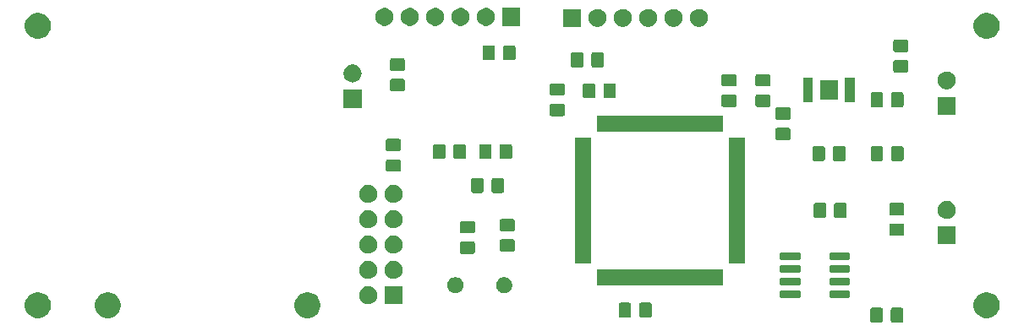
<source format=gbr>
G04 #@! TF.GenerationSoftware,KiCad,Pcbnew,(5.1.5-0-10_14)*
G04 #@! TF.CreationDate,2020-05-10T22:12:37+02:00*
G04 #@! TF.ProjectId,sensor,73656e73-6f72-42e6-9b69-6361645f7063,rev?*
G04 #@! TF.SameCoordinates,Original*
G04 #@! TF.FileFunction,Soldermask,Top*
G04 #@! TF.FilePolarity,Negative*
%FSLAX46Y46*%
G04 Gerber Fmt 4.6, Leading zero omitted, Abs format (unit mm)*
G04 Created by KiCad (PCBNEW (5.1.5-0-10_14)) date 2020-05-10 22:12:37*
%MOMM*%
%LPD*%
G04 APERTURE LIST*
%ADD10C,0.100000*%
G04 APERTURE END LIST*
D10*
G36*
X104488674Y-63253465D02*
G01*
X104526367Y-63264899D01*
X104561103Y-63283466D01*
X104591548Y-63308452D01*
X104616534Y-63338897D01*
X104635101Y-63373633D01*
X104646535Y-63411326D01*
X104651000Y-63456661D01*
X104651000Y-64543339D01*
X104646535Y-64588674D01*
X104635101Y-64626367D01*
X104616534Y-64661103D01*
X104591548Y-64691548D01*
X104561103Y-64716534D01*
X104526367Y-64735101D01*
X104488674Y-64746535D01*
X104443339Y-64751000D01*
X103606661Y-64751000D01*
X103561326Y-64746535D01*
X103523633Y-64735101D01*
X103488897Y-64716534D01*
X103458452Y-64691548D01*
X103433466Y-64661103D01*
X103414899Y-64626367D01*
X103403465Y-64588674D01*
X103399000Y-64543339D01*
X103399000Y-63456661D01*
X103403465Y-63411326D01*
X103414899Y-63373633D01*
X103433466Y-63338897D01*
X103458452Y-63308452D01*
X103488897Y-63283466D01*
X103523633Y-63264899D01*
X103561326Y-63253465D01*
X103606661Y-63249000D01*
X104443339Y-63249000D01*
X104488674Y-63253465D01*
G37*
G36*
X102438674Y-63253465D02*
G01*
X102476367Y-63264899D01*
X102511103Y-63283466D01*
X102541548Y-63308452D01*
X102566534Y-63338897D01*
X102585101Y-63373633D01*
X102596535Y-63411326D01*
X102601000Y-63456661D01*
X102601000Y-64543339D01*
X102596535Y-64588674D01*
X102585101Y-64626367D01*
X102566534Y-64661103D01*
X102541548Y-64691548D01*
X102511103Y-64716534D01*
X102476367Y-64735101D01*
X102438674Y-64746535D01*
X102393339Y-64751000D01*
X101556661Y-64751000D01*
X101511326Y-64746535D01*
X101473633Y-64735101D01*
X101438897Y-64716534D01*
X101408452Y-64691548D01*
X101383466Y-64661103D01*
X101364899Y-64626367D01*
X101353465Y-64588674D01*
X101349000Y-64543339D01*
X101349000Y-63456661D01*
X101353465Y-63411326D01*
X101364899Y-63373633D01*
X101383466Y-63338897D01*
X101408452Y-63308452D01*
X101438897Y-63283466D01*
X101473633Y-63264899D01*
X101511326Y-63253465D01*
X101556661Y-63249000D01*
X102393339Y-63249000D01*
X102438674Y-63253465D01*
G37*
G36*
X113379487Y-61748996D02*
G01*
X113616253Y-61847068D01*
X113616255Y-61847069D01*
X113829339Y-61989447D01*
X114010553Y-62170661D01*
X114072126Y-62262811D01*
X114152932Y-62383747D01*
X114251004Y-62620513D01*
X114301000Y-62871861D01*
X114301000Y-63128139D01*
X114251004Y-63379487D01*
X114152932Y-63616253D01*
X114152931Y-63616255D01*
X114010553Y-63829339D01*
X113829339Y-64010553D01*
X113616255Y-64152931D01*
X113616254Y-64152932D01*
X113616253Y-64152932D01*
X113379487Y-64251004D01*
X113128139Y-64301000D01*
X112871861Y-64301000D01*
X112620513Y-64251004D01*
X112383747Y-64152932D01*
X112383746Y-64152932D01*
X112383745Y-64152931D01*
X112170661Y-64010553D01*
X111989447Y-63829339D01*
X111847069Y-63616255D01*
X111847068Y-63616253D01*
X111748996Y-63379487D01*
X111699000Y-63128139D01*
X111699000Y-62871861D01*
X111748996Y-62620513D01*
X111847068Y-62383747D01*
X111927875Y-62262811D01*
X111989447Y-62170661D01*
X112170661Y-61989447D01*
X112383745Y-61847069D01*
X112383747Y-61847068D01*
X112620513Y-61748996D01*
X112871861Y-61699000D01*
X113128139Y-61699000D01*
X113379487Y-61748996D01*
G37*
G36*
X45379487Y-61748996D02*
G01*
X45616253Y-61847068D01*
X45616255Y-61847069D01*
X45829339Y-61989447D01*
X46010553Y-62170661D01*
X46072126Y-62262811D01*
X46152932Y-62383747D01*
X46251004Y-62620513D01*
X46301000Y-62871861D01*
X46301000Y-63128139D01*
X46251004Y-63379487D01*
X46152932Y-63616253D01*
X46152931Y-63616255D01*
X46010553Y-63829339D01*
X45829339Y-64010553D01*
X45616255Y-64152931D01*
X45616254Y-64152932D01*
X45616253Y-64152932D01*
X45379487Y-64251004D01*
X45128139Y-64301000D01*
X44871861Y-64301000D01*
X44620513Y-64251004D01*
X44383747Y-64152932D01*
X44383746Y-64152932D01*
X44383745Y-64152931D01*
X44170661Y-64010553D01*
X43989447Y-63829339D01*
X43847069Y-63616255D01*
X43847068Y-63616253D01*
X43748996Y-63379487D01*
X43699000Y-63128139D01*
X43699000Y-62871861D01*
X43748996Y-62620513D01*
X43847068Y-62383747D01*
X43927875Y-62262811D01*
X43989447Y-62170661D01*
X44170661Y-61989447D01*
X44383745Y-61847069D01*
X44383747Y-61847068D01*
X44620513Y-61748996D01*
X44871861Y-61699000D01*
X45128139Y-61699000D01*
X45379487Y-61748996D01*
G37*
G36*
X25379487Y-61748996D02*
G01*
X25616253Y-61847068D01*
X25616255Y-61847069D01*
X25829339Y-61989447D01*
X26010553Y-62170661D01*
X26072126Y-62262811D01*
X26152932Y-62383747D01*
X26251004Y-62620513D01*
X26301000Y-62871861D01*
X26301000Y-63128139D01*
X26251004Y-63379487D01*
X26152932Y-63616253D01*
X26152931Y-63616255D01*
X26010553Y-63829339D01*
X25829339Y-64010553D01*
X25616255Y-64152931D01*
X25616254Y-64152932D01*
X25616253Y-64152932D01*
X25379487Y-64251004D01*
X25128139Y-64301000D01*
X24871861Y-64301000D01*
X24620513Y-64251004D01*
X24383747Y-64152932D01*
X24383746Y-64152932D01*
X24383745Y-64152931D01*
X24170661Y-64010553D01*
X23989447Y-63829339D01*
X23847069Y-63616255D01*
X23847068Y-63616253D01*
X23748996Y-63379487D01*
X23699000Y-63128139D01*
X23699000Y-62871861D01*
X23748996Y-62620513D01*
X23847068Y-62383747D01*
X23927875Y-62262811D01*
X23989447Y-62170661D01*
X24170661Y-61989447D01*
X24383745Y-61847069D01*
X24383747Y-61847068D01*
X24620513Y-61748996D01*
X24871861Y-61699000D01*
X25128139Y-61699000D01*
X25379487Y-61748996D01*
G37*
G36*
X18379487Y-61748996D02*
G01*
X18616253Y-61847068D01*
X18616255Y-61847069D01*
X18829339Y-61989447D01*
X19010553Y-62170661D01*
X19072126Y-62262811D01*
X19152932Y-62383747D01*
X19251004Y-62620513D01*
X19301000Y-62871861D01*
X19301000Y-63128139D01*
X19251004Y-63379487D01*
X19152932Y-63616253D01*
X19152931Y-63616255D01*
X19010553Y-63829339D01*
X18829339Y-64010553D01*
X18616255Y-64152931D01*
X18616254Y-64152932D01*
X18616253Y-64152932D01*
X18379487Y-64251004D01*
X18128139Y-64301000D01*
X17871861Y-64301000D01*
X17620513Y-64251004D01*
X17383747Y-64152932D01*
X17383746Y-64152932D01*
X17383745Y-64152931D01*
X17170661Y-64010553D01*
X16989447Y-63829339D01*
X16847069Y-63616255D01*
X16847068Y-63616253D01*
X16748996Y-63379487D01*
X16699000Y-63128139D01*
X16699000Y-62871861D01*
X16748996Y-62620513D01*
X16847068Y-62383747D01*
X16927875Y-62262811D01*
X16989447Y-62170661D01*
X17170661Y-61989447D01*
X17383745Y-61847069D01*
X17383747Y-61847068D01*
X17620513Y-61748996D01*
X17871861Y-61699000D01*
X18128139Y-61699000D01*
X18379487Y-61748996D01*
G37*
G36*
X79288674Y-62753465D02*
G01*
X79326367Y-62764899D01*
X79361103Y-62783466D01*
X79391548Y-62808452D01*
X79416534Y-62838897D01*
X79435101Y-62873633D01*
X79446535Y-62911326D01*
X79451000Y-62956661D01*
X79451000Y-64043339D01*
X79446535Y-64088674D01*
X79435101Y-64126367D01*
X79416534Y-64161103D01*
X79391548Y-64191548D01*
X79361103Y-64216534D01*
X79326367Y-64235101D01*
X79288674Y-64246535D01*
X79243339Y-64251000D01*
X78406661Y-64251000D01*
X78361326Y-64246535D01*
X78323633Y-64235101D01*
X78288897Y-64216534D01*
X78258452Y-64191548D01*
X78233466Y-64161103D01*
X78214899Y-64126367D01*
X78203465Y-64088674D01*
X78199000Y-64043339D01*
X78199000Y-62956661D01*
X78203465Y-62911326D01*
X78214899Y-62873633D01*
X78233466Y-62838897D01*
X78258452Y-62808452D01*
X78288897Y-62783466D01*
X78323633Y-62764899D01*
X78361326Y-62753465D01*
X78406661Y-62749000D01*
X79243339Y-62749000D01*
X79288674Y-62753465D01*
G37*
G36*
X77238674Y-62753465D02*
G01*
X77276367Y-62764899D01*
X77311103Y-62783466D01*
X77341548Y-62808452D01*
X77366534Y-62838897D01*
X77385101Y-62873633D01*
X77396535Y-62911326D01*
X77401000Y-62956661D01*
X77401000Y-64043339D01*
X77396535Y-64088674D01*
X77385101Y-64126367D01*
X77366534Y-64161103D01*
X77341548Y-64191548D01*
X77311103Y-64216534D01*
X77276367Y-64235101D01*
X77238674Y-64246535D01*
X77193339Y-64251000D01*
X76356661Y-64251000D01*
X76311326Y-64246535D01*
X76273633Y-64235101D01*
X76238897Y-64216534D01*
X76208452Y-64191548D01*
X76183466Y-64161103D01*
X76164899Y-64126367D01*
X76153465Y-64088674D01*
X76149000Y-64043339D01*
X76149000Y-62956661D01*
X76153465Y-62911326D01*
X76164899Y-62873633D01*
X76183466Y-62838897D01*
X76208452Y-62808452D01*
X76238897Y-62783466D01*
X76273633Y-62764899D01*
X76311326Y-62753465D01*
X76356661Y-62749000D01*
X77193339Y-62749000D01*
X77238674Y-62753465D01*
G37*
G36*
X54501000Y-62901000D02*
G01*
X52699000Y-62901000D01*
X52699000Y-61099000D01*
X54501000Y-61099000D01*
X54501000Y-62901000D01*
G37*
G36*
X51173512Y-61103927D02*
G01*
X51322812Y-61133624D01*
X51486784Y-61201544D01*
X51634354Y-61300147D01*
X51759853Y-61425646D01*
X51858456Y-61573216D01*
X51926376Y-61737188D01*
X51961000Y-61911259D01*
X51961000Y-62088741D01*
X51926376Y-62262812D01*
X51858456Y-62426784D01*
X51759853Y-62574354D01*
X51634354Y-62699853D01*
X51486784Y-62798456D01*
X51322812Y-62866376D01*
X51173512Y-62896073D01*
X51148742Y-62901000D01*
X50971258Y-62901000D01*
X50946488Y-62896073D01*
X50797188Y-62866376D01*
X50633216Y-62798456D01*
X50485646Y-62699853D01*
X50360147Y-62574354D01*
X50261544Y-62426784D01*
X50193624Y-62262812D01*
X50159000Y-62088741D01*
X50159000Y-61911259D01*
X50193624Y-61737188D01*
X50261544Y-61573216D01*
X50360147Y-61425646D01*
X50485646Y-61300147D01*
X50633216Y-61201544D01*
X50797188Y-61133624D01*
X50946488Y-61103927D01*
X50971258Y-61099000D01*
X51148742Y-61099000D01*
X51173512Y-61103927D01*
G37*
G36*
X99209928Y-61556764D02*
G01*
X99231009Y-61563160D01*
X99250445Y-61573548D01*
X99267476Y-61587524D01*
X99281452Y-61604555D01*
X99291840Y-61623991D01*
X99298236Y-61645072D01*
X99301000Y-61673140D01*
X99301000Y-62136860D01*
X99298236Y-62164928D01*
X99291840Y-62186009D01*
X99281452Y-62205445D01*
X99267476Y-62222476D01*
X99250445Y-62236452D01*
X99231009Y-62246840D01*
X99209928Y-62253236D01*
X99181860Y-62256000D01*
X97368140Y-62256000D01*
X97340072Y-62253236D01*
X97318991Y-62246840D01*
X97299555Y-62236452D01*
X97282524Y-62222476D01*
X97268548Y-62205445D01*
X97258160Y-62186009D01*
X97251764Y-62164928D01*
X97249000Y-62136860D01*
X97249000Y-61673140D01*
X97251764Y-61645072D01*
X97258160Y-61623991D01*
X97268548Y-61604555D01*
X97282524Y-61587524D01*
X97299555Y-61573548D01*
X97318991Y-61563160D01*
X97340072Y-61556764D01*
X97368140Y-61554000D01*
X99181860Y-61554000D01*
X99209928Y-61556764D01*
G37*
G36*
X94259928Y-61556764D02*
G01*
X94281009Y-61563160D01*
X94300445Y-61573548D01*
X94317476Y-61587524D01*
X94331452Y-61604555D01*
X94341840Y-61623991D01*
X94348236Y-61645072D01*
X94351000Y-61673140D01*
X94351000Y-62136860D01*
X94348236Y-62164928D01*
X94341840Y-62186009D01*
X94331452Y-62205445D01*
X94317476Y-62222476D01*
X94300445Y-62236452D01*
X94281009Y-62246840D01*
X94259928Y-62253236D01*
X94231860Y-62256000D01*
X92418140Y-62256000D01*
X92390072Y-62253236D01*
X92368991Y-62246840D01*
X92349555Y-62236452D01*
X92332524Y-62222476D01*
X92318548Y-62205445D01*
X92308160Y-62186009D01*
X92301764Y-62164928D01*
X92299000Y-62136860D01*
X92299000Y-61673140D01*
X92301764Y-61645072D01*
X92308160Y-61623991D01*
X92318548Y-61604555D01*
X92332524Y-61587524D01*
X92349555Y-61573548D01*
X92368991Y-61563160D01*
X92390072Y-61556764D01*
X92418140Y-61554000D01*
X94231860Y-61554000D01*
X94259928Y-61556764D01*
G37*
G36*
X64913642Y-60229781D02*
G01*
X65052678Y-60287372D01*
X65059416Y-60290163D01*
X65190608Y-60377822D01*
X65302178Y-60489392D01*
X65389837Y-60620584D01*
X65389838Y-60620586D01*
X65450219Y-60766358D01*
X65481000Y-60921107D01*
X65481000Y-61078893D01*
X65450219Y-61233642D01*
X65422671Y-61300148D01*
X65389837Y-61379416D01*
X65302178Y-61510608D01*
X65190608Y-61622178D01*
X65059416Y-61709837D01*
X65059415Y-61709838D01*
X65059414Y-61709838D01*
X64913642Y-61770219D01*
X64758893Y-61801000D01*
X64601107Y-61801000D01*
X64446358Y-61770219D01*
X64300586Y-61709838D01*
X64300585Y-61709838D01*
X64300584Y-61709837D01*
X64169392Y-61622178D01*
X64057822Y-61510608D01*
X63970163Y-61379416D01*
X63937329Y-61300148D01*
X63909781Y-61233642D01*
X63879000Y-61078893D01*
X63879000Y-60921107D01*
X63909781Y-60766358D01*
X63970162Y-60620586D01*
X63970163Y-60620584D01*
X64057822Y-60489392D01*
X64169392Y-60377822D01*
X64300584Y-60290163D01*
X64307322Y-60287372D01*
X64446358Y-60229781D01*
X64601107Y-60199000D01*
X64758893Y-60199000D01*
X64913642Y-60229781D01*
G37*
G36*
X60033642Y-60229781D02*
G01*
X60172678Y-60287372D01*
X60179416Y-60290163D01*
X60310608Y-60377822D01*
X60422178Y-60489392D01*
X60509837Y-60620584D01*
X60509838Y-60620586D01*
X60570219Y-60766358D01*
X60601000Y-60921107D01*
X60601000Y-61078893D01*
X60570219Y-61233642D01*
X60542671Y-61300148D01*
X60509837Y-61379416D01*
X60422178Y-61510608D01*
X60310608Y-61622178D01*
X60179416Y-61709837D01*
X60179415Y-61709838D01*
X60179414Y-61709838D01*
X60033642Y-61770219D01*
X59878893Y-61801000D01*
X59721107Y-61801000D01*
X59566358Y-61770219D01*
X59420586Y-61709838D01*
X59420585Y-61709838D01*
X59420584Y-61709837D01*
X59289392Y-61622178D01*
X59177822Y-61510608D01*
X59090163Y-61379416D01*
X59057329Y-61300148D01*
X59029781Y-61233642D01*
X58999000Y-61078893D01*
X58999000Y-60921107D01*
X59029781Y-60766358D01*
X59090162Y-60620586D01*
X59090163Y-60620584D01*
X59177822Y-60489392D01*
X59289392Y-60377822D01*
X59420584Y-60290163D01*
X59427322Y-60287372D01*
X59566358Y-60229781D01*
X59721107Y-60199000D01*
X59878893Y-60199000D01*
X60033642Y-60229781D01*
G37*
G36*
X86626000Y-61001000D02*
G01*
X73974000Y-61001000D01*
X73974000Y-59399000D01*
X86626000Y-59399000D01*
X86626000Y-61001000D01*
G37*
G36*
X99209928Y-60286764D02*
G01*
X99231009Y-60293160D01*
X99250445Y-60303548D01*
X99267476Y-60317524D01*
X99281452Y-60334555D01*
X99291840Y-60353991D01*
X99298236Y-60375072D01*
X99301000Y-60403140D01*
X99301000Y-60866860D01*
X99298236Y-60894928D01*
X99291840Y-60916009D01*
X99281452Y-60935445D01*
X99267476Y-60952476D01*
X99250445Y-60966452D01*
X99231009Y-60976840D01*
X99209928Y-60983236D01*
X99181860Y-60986000D01*
X97368140Y-60986000D01*
X97340072Y-60983236D01*
X97318991Y-60976840D01*
X97299555Y-60966452D01*
X97282524Y-60952476D01*
X97268548Y-60935445D01*
X97258160Y-60916009D01*
X97251764Y-60894928D01*
X97249000Y-60866860D01*
X97249000Y-60403140D01*
X97251764Y-60375072D01*
X97258160Y-60353991D01*
X97268548Y-60334555D01*
X97282524Y-60317524D01*
X97299555Y-60303548D01*
X97318991Y-60293160D01*
X97340072Y-60286764D01*
X97368140Y-60284000D01*
X99181860Y-60284000D01*
X99209928Y-60286764D01*
G37*
G36*
X94259928Y-60286764D02*
G01*
X94281009Y-60293160D01*
X94300445Y-60303548D01*
X94317476Y-60317524D01*
X94331452Y-60334555D01*
X94341840Y-60353991D01*
X94348236Y-60375072D01*
X94351000Y-60403140D01*
X94351000Y-60866860D01*
X94348236Y-60894928D01*
X94341840Y-60916009D01*
X94331452Y-60935445D01*
X94317476Y-60952476D01*
X94300445Y-60966452D01*
X94281009Y-60976840D01*
X94259928Y-60983236D01*
X94231860Y-60986000D01*
X92418140Y-60986000D01*
X92390072Y-60983236D01*
X92368991Y-60976840D01*
X92349555Y-60966452D01*
X92332524Y-60952476D01*
X92318548Y-60935445D01*
X92308160Y-60916009D01*
X92301764Y-60894928D01*
X92299000Y-60866860D01*
X92299000Y-60403140D01*
X92301764Y-60375072D01*
X92308160Y-60353991D01*
X92318548Y-60334555D01*
X92332524Y-60317524D01*
X92349555Y-60303548D01*
X92368991Y-60293160D01*
X92390072Y-60286764D01*
X92418140Y-60284000D01*
X94231860Y-60284000D01*
X94259928Y-60286764D01*
G37*
G36*
X53713512Y-58563927D02*
G01*
X53862812Y-58593624D01*
X54026784Y-58661544D01*
X54174354Y-58760147D01*
X54299853Y-58885646D01*
X54398456Y-59033216D01*
X54466376Y-59197188D01*
X54501000Y-59371259D01*
X54501000Y-59548741D01*
X54466376Y-59722812D01*
X54398456Y-59886784D01*
X54299853Y-60034354D01*
X54174354Y-60159853D01*
X54026784Y-60258456D01*
X53862812Y-60326376D01*
X53713512Y-60356073D01*
X53688742Y-60361000D01*
X53511258Y-60361000D01*
X53486488Y-60356073D01*
X53337188Y-60326376D01*
X53173216Y-60258456D01*
X53025646Y-60159853D01*
X52900147Y-60034354D01*
X52801544Y-59886784D01*
X52733624Y-59722812D01*
X52699000Y-59548741D01*
X52699000Y-59371259D01*
X52733624Y-59197188D01*
X52801544Y-59033216D01*
X52900147Y-58885646D01*
X53025646Y-58760147D01*
X53173216Y-58661544D01*
X53337188Y-58593624D01*
X53486488Y-58563927D01*
X53511258Y-58559000D01*
X53688742Y-58559000D01*
X53713512Y-58563927D01*
G37*
G36*
X51173512Y-58563927D02*
G01*
X51322812Y-58593624D01*
X51486784Y-58661544D01*
X51634354Y-58760147D01*
X51759853Y-58885646D01*
X51858456Y-59033216D01*
X51926376Y-59197188D01*
X51961000Y-59371259D01*
X51961000Y-59548741D01*
X51926376Y-59722812D01*
X51858456Y-59886784D01*
X51759853Y-60034354D01*
X51634354Y-60159853D01*
X51486784Y-60258456D01*
X51322812Y-60326376D01*
X51173512Y-60356073D01*
X51148742Y-60361000D01*
X50971258Y-60361000D01*
X50946488Y-60356073D01*
X50797188Y-60326376D01*
X50633216Y-60258456D01*
X50485646Y-60159853D01*
X50360147Y-60034354D01*
X50261544Y-59886784D01*
X50193624Y-59722812D01*
X50159000Y-59548741D01*
X50159000Y-59371259D01*
X50193624Y-59197188D01*
X50261544Y-59033216D01*
X50360147Y-58885646D01*
X50485646Y-58760147D01*
X50633216Y-58661544D01*
X50797188Y-58593624D01*
X50946488Y-58563927D01*
X50971258Y-58559000D01*
X51148742Y-58559000D01*
X51173512Y-58563927D01*
G37*
G36*
X94259928Y-59016764D02*
G01*
X94281009Y-59023160D01*
X94300445Y-59033548D01*
X94317476Y-59047524D01*
X94331452Y-59064555D01*
X94341840Y-59083991D01*
X94348236Y-59105072D01*
X94351000Y-59133140D01*
X94351000Y-59596860D01*
X94348236Y-59624928D01*
X94341840Y-59646009D01*
X94331452Y-59665445D01*
X94317476Y-59682476D01*
X94300445Y-59696452D01*
X94281009Y-59706840D01*
X94259928Y-59713236D01*
X94231860Y-59716000D01*
X92418140Y-59716000D01*
X92390072Y-59713236D01*
X92368991Y-59706840D01*
X92349555Y-59696452D01*
X92332524Y-59682476D01*
X92318548Y-59665445D01*
X92308160Y-59646009D01*
X92301764Y-59624928D01*
X92299000Y-59596860D01*
X92299000Y-59133140D01*
X92301764Y-59105072D01*
X92308160Y-59083991D01*
X92318548Y-59064555D01*
X92332524Y-59047524D01*
X92349555Y-59033548D01*
X92368991Y-59023160D01*
X92390072Y-59016764D01*
X92418140Y-59014000D01*
X94231860Y-59014000D01*
X94259928Y-59016764D01*
G37*
G36*
X99209928Y-59016764D02*
G01*
X99231009Y-59023160D01*
X99250445Y-59033548D01*
X99267476Y-59047524D01*
X99281452Y-59064555D01*
X99291840Y-59083991D01*
X99298236Y-59105072D01*
X99301000Y-59133140D01*
X99301000Y-59596860D01*
X99298236Y-59624928D01*
X99291840Y-59646009D01*
X99281452Y-59665445D01*
X99267476Y-59682476D01*
X99250445Y-59696452D01*
X99231009Y-59706840D01*
X99209928Y-59713236D01*
X99181860Y-59716000D01*
X97368140Y-59716000D01*
X97340072Y-59713236D01*
X97318991Y-59706840D01*
X97299555Y-59696452D01*
X97282524Y-59682476D01*
X97268548Y-59665445D01*
X97258160Y-59646009D01*
X97251764Y-59624928D01*
X97249000Y-59596860D01*
X97249000Y-59133140D01*
X97251764Y-59105072D01*
X97258160Y-59083991D01*
X97268548Y-59064555D01*
X97282524Y-59047524D01*
X97299555Y-59033548D01*
X97318991Y-59023160D01*
X97340072Y-59016764D01*
X97368140Y-59014000D01*
X99181860Y-59014000D01*
X99209928Y-59016764D01*
G37*
G36*
X73401000Y-58826000D02*
G01*
X71799000Y-58826000D01*
X71799000Y-46174000D01*
X73401000Y-46174000D01*
X73401000Y-58826000D01*
G37*
G36*
X88801000Y-58826000D02*
G01*
X87199000Y-58826000D01*
X87199000Y-46174000D01*
X88801000Y-46174000D01*
X88801000Y-58826000D01*
G37*
G36*
X99209928Y-57746764D02*
G01*
X99231009Y-57753160D01*
X99250445Y-57763548D01*
X99267476Y-57777524D01*
X99281452Y-57794555D01*
X99291840Y-57813991D01*
X99298236Y-57835072D01*
X99301000Y-57863140D01*
X99301000Y-58326860D01*
X99298236Y-58354928D01*
X99291840Y-58376009D01*
X99281452Y-58395445D01*
X99267476Y-58412476D01*
X99250445Y-58426452D01*
X99231009Y-58436840D01*
X99209928Y-58443236D01*
X99181860Y-58446000D01*
X97368140Y-58446000D01*
X97340072Y-58443236D01*
X97318991Y-58436840D01*
X97299555Y-58426452D01*
X97282524Y-58412476D01*
X97268548Y-58395445D01*
X97258160Y-58376009D01*
X97251764Y-58354928D01*
X97249000Y-58326860D01*
X97249000Y-57863140D01*
X97251764Y-57835072D01*
X97258160Y-57813991D01*
X97268548Y-57794555D01*
X97282524Y-57777524D01*
X97299555Y-57763548D01*
X97318991Y-57753160D01*
X97340072Y-57746764D01*
X97368140Y-57744000D01*
X99181860Y-57744000D01*
X99209928Y-57746764D01*
G37*
G36*
X94259928Y-57746764D02*
G01*
X94281009Y-57753160D01*
X94300445Y-57763548D01*
X94317476Y-57777524D01*
X94331452Y-57794555D01*
X94341840Y-57813991D01*
X94348236Y-57835072D01*
X94351000Y-57863140D01*
X94351000Y-58326860D01*
X94348236Y-58354928D01*
X94341840Y-58376009D01*
X94331452Y-58395445D01*
X94317476Y-58412476D01*
X94300445Y-58426452D01*
X94281009Y-58436840D01*
X94259928Y-58443236D01*
X94231860Y-58446000D01*
X92418140Y-58446000D01*
X92390072Y-58443236D01*
X92368991Y-58436840D01*
X92349555Y-58426452D01*
X92332524Y-58412476D01*
X92318548Y-58395445D01*
X92308160Y-58376009D01*
X92301764Y-58354928D01*
X92299000Y-58326860D01*
X92299000Y-57863140D01*
X92301764Y-57835072D01*
X92308160Y-57813991D01*
X92318548Y-57794555D01*
X92332524Y-57777524D01*
X92349555Y-57763548D01*
X92368991Y-57753160D01*
X92390072Y-57746764D01*
X92418140Y-57744000D01*
X94231860Y-57744000D01*
X94259928Y-57746764D01*
G37*
G36*
X61588674Y-56603465D02*
G01*
X61626367Y-56614899D01*
X61661103Y-56633466D01*
X61691548Y-56658452D01*
X61716534Y-56688897D01*
X61735101Y-56723633D01*
X61746535Y-56761326D01*
X61751000Y-56806661D01*
X61751000Y-57643339D01*
X61746535Y-57688674D01*
X61735101Y-57726367D01*
X61716534Y-57761103D01*
X61691548Y-57791548D01*
X61661103Y-57816534D01*
X61626367Y-57835101D01*
X61588674Y-57846535D01*
X61543339Y-57851000D01*
X60456661Y-57851000D01*
X60411326Y-57846535D01*
X60373633Y-57835101D01*
X60338897Y-57816534D01*
X60308452Y-57791548D01*
X60283466Y-57761103D01*
X60264899Y-57726367D01*
X60253465Y-57688674D01*
X60249000Y-57643339D01*
X60249000Y-56806661D01*
X60253465Y-56761326D01*
X60264899Y-56723633D01*
X60283466Y-56688897D01*
X60308452Y-56658452D01*
X60338897Y-56633466D01*
X60373633Y-56614899D01*
X60411326Y-56603465D01*
X60456661Y-56599000D01*
X61543339Y-56599000D01*
X61588674Y-56603465D01*
G37*
G36*
X53713512Y-56023927D02*
G01*
X53862812Y-56053624D01*
X54026784Y-56121544D01*
X54174354Y-56220147D01*
X54299853Y-56345646D01*
X54398456Y-56493216D01*
X54466376Y-56657188D01*
X54501000Y-56831259D01*
X54501000Y-57008741D01*
X54466376Y-57182812D01*
X54398456Y-57346784D01*
X54299853Y-57494354D01*
X54174354Y-57619853D01*
X54026784Y-57718456D01*
X53862812Y-57786376D01*
X53713512Y-57816073D01*
X53688742Y-57821000D01*
X53511258Y-57821000D01*
X53486488Y-57816073D01*
X53337188Y-57786376D01*
X53173216Y-57718456D01*
X53025646Y-57619853D01*
X52900147Y-57494354D01*
X52801544Y-57346784D01*
X52733624Y-57182812D01*
X52699000Y-57008741D01*
X52699000Y-56831259D01*
X52733624Y-56657188D01*
X52801544Y-56493216D01*
X52900147Y-56345646D01*
X53025646Y-56220147D01*
X53173216Y-56121544D01*
X53337188Y-56053624D01*
X53486488Y-56023927D01*
X53511258Y-56019000D01*
X53688742Y-56019000D01*
X53713512Y-56023927D01*
G37*
G36*
X51173512Y-56023927D02*
G01*
X51322812Y-56053624D01*
X51486784Y-56121544D01*
X51634354Y-56220147D01*
X51759853Y-56345646D01*
X51858456Y-56493216D01*
X51926376Y-56657188D01*
X51961000Y-56831259D01*
X51961000Y-57008741D01*
X51926376Y-57182812D01*
X51858456Y-57346784D01*
X51759853Y-57494354D01*
X51634354Y-57619853D01*
X51486784Y-57718456D01*
X51322812Y-57786376D01*
X51173512Y-57816073D01*
X51148742Y-57821000D01*
X50971258Y-57821000D01*
X50946488Y-57816073D01*
X50797188Y-57786376D01*
X50633216Y-57718456D01*
X50485646Y-57619853D01*
X50360147Y-57494354D01*
X50261544Y-57346784D01*
X50193624Y-57182812D01*
X50159000Y-57008741D01*
X50159000Y-56831259D01*
X50193624Y-56657188D01*
X50261544Y-56493216D01*
X50360147Y-56345646D01*
X50485646Y-56220147D01*
X50633216Y-56121544D01*
X50797188Y-56053624D01*
X50946488Y-56023927D01*
X50971258Y-56019000D01*
X51148742Y-56019000D01*
X51173512Y-56023927D01*
G37*
G36*
X65588674Y-56403465D02*
G01*
X65626367Y-56414899D01*
X65661103Y-56433466D01*
X65691548Y-56458452D01*
X65716534Y-56488897D01*
X65735101Y-56523633D01*
X65746535Y-56561326D01*
X65751000Y-56606661D01*
X65751000Y-57443339D01*
X65746535Y-57488674D01*
X65735101Y-57526367D01*
X65716534Y-57561103D01*
X65691548Y-57591548D01*
X65661103Y-57616534D01*
X65626367Y-57635101D01*
X65588674Y-57646535D01*
X65543339Y-57651000D01*
X64456661Y-57651000D01*
X64411326Y-57646535D01*
X64373633Y-57635101D01*
X64338897Y-57616534D01*
X64308452Y-57591548D01*
X64283466Y-57561103D01*
X64264899Y-57526367D01*
X64253465Y-57488674D01*
X64249000Y-57443339D01*
X64249000Y-56606661D01*
X64253465Y-56561326D01*
X64264899Y-56523633D01*
X64283466Y-56488897D01*
X64308452Y-56458452D01*
X64338897Y-56433466D01*
X64373633Y-56414899D01*
X64411326Y-56403465D01*
X64456661Y-56399000D01*
X65543339Y-56399000D01*
X65588674Y-56403465D01*
G37*
G36*
X109901000Y-56901000D02*
G01*
X108099000Y-56901000D01*
X108099000Y-55099000D01*
X109901000Y-55099000D01*
X109901000Y-56901000D01*
G37*
G36*
X104588674Y-54803465D02*
G01*
X104626367Y-54814899D01*
X104661103Y-54833466D01*
X104691548Y-54858452D01*
X104716534Y-54888897D01*
X104735101Y-54923633D01*
X104746535Y-54961326D01*
X104751000Y-55006661D01*
X104751000Y-55843339D01*
X104746535Y-55888674D01*
X104735101Y-55926367D01*
X104716534Y-55961103D01*
X104691548Y-55991548D01*
X104661103Y-56016534D01*
X104626367Y-56035101D01*
X104588674Y-56046535D01*
X104543339Y-56051000D01*
X103456661Y-56051000D01*
X103411326Y-56046535D01*
X103373633Y-56035101D01*
X103338897Y-56016534D01*
X103308452Y-55991548D01*
X103283466Y-55961103D01*
X103264899Y-55926367D01*
X103253465Y-55888674D01*
X103249000Y-55843339D01*
X103249000Y-55006661D01*
X103253465Y-54961326D01*
X103264899Y-54923633D01*
X103283466Y-54888897D01*
X103308452Y-54858452D01*
X103338897Y-54833466D01*
X103373633Y-54814899D01*
X103411326Y-54803465D01*
X103456661Y-54799000D01*
X104543339Y-54799000D01*
X104588674Y-54803465D01*
G37*
G36*
X61588674Y-54553465D02*
G01*
X61626367Y-54564899D01*
X61661103Y-54583466D01*
X61691548Y-54608452D01*
X61716534Y-54638897D01*
X61735101Y-54673633D01*
X61746535Y-54711326D01*
X61751000Y-54756661D01*
X61751000Y-55593339D01*
X61746535Y-55638674D01*
X61735101Y-55676367D01*
X61716534Y-55711103D01*
X61691548Y-55741548D01*
X61661103Y-55766534D01*
X61626367Y-55785101D01*
X61588674Y-55796535D01*
X61543339Y-55801000D01*
X60456661Y-55801000D01*
X60411326Y-55796535D01*
X60373633Y-55785101D01*
X60338897Y-55766534D01*
X60308452Y-55741548D01*
X60283466Y-55711103D01*
X60264899Y-55676367D01*
X60253465Y-55638674D01*
X60249000Y-55593339D01*
X60249000Y-54756661D01*
X60253465Y-54711326D01*
X60264899Y-54673633D01*
X60283466Y-54638897D01*
X60308452Y-54608452D01*
X60338897Y-54583466D01*
X60373633Y-54564899D01*
X60411326Y-54553465D01*
X60456661Y-54549000D01*
X61543339Y-54549000D01*
X61588674Y-54553465D01*
G37*
G36*
X65588674Y-54353465D02*
G01*
X65626367Y-54364899D01*
X65661103Y-54383466D01*
X65691548Y-54408452D01*
X65716534Y-54438897D01*
X65735101Y-54473633D01*
X65746535Y-54511326D01*
X65751000Y-54556661D01*
X65751000Y-55393339D01*
X65746535Y-55438674D01*
X65735101Y-55476367D01*
X65716534Y-55511103D01*
X65691548Y-55541548D01*
X65661103Y-55566534D01*
X65626367Y-55585101D01*
X65588674Y-55596535D01*
X65543339Y-55601000D01*
X64456661Y-55601000D01*
X64411326Y-55596535D01*
X64373633Y-55585101D01*
X64338897Y-55566534D01*
X64308452Y-55541548D01*
X64283466Y-55511103D01*
X64264899Y-55476367D01*
X64253465Y-55438674D01*
X64249000Y-55393339D01*
X64249000Y-54556661D01*
X64253465Y-54511326D01*
X64264899Y-54473633D01*
X64283466Y-54438897D01*
X64308452Y-54408452D01*
X64338897Y-54383466D01*
X64373633Y-54364899D01*
X64411326Y-54353465D01*
X64456661Y-54349000D01*
X65543339Y-54349000D01*
X65588674Y-54353465D01*
G37*
G36*
X51173512Y-53483927D02*
G01*
X51322812Y-53513624D01*
X51486784Y-53581544D01*
X51634354Y-53680147D01*
X51759853Y-53805646D01*
X51858456Y-53953216D01*
X51926376Y-54117188D01*
X51961000Y-54291259D01*
X51961000Y-54468741D01*
X51926376Y-54642812D01*
X51858456Y-54806784D01*
X51759853Y-54954354D01*
X51634354Y-55079853D01*
X51486784Y-55178456D01*
X51322812Y-55246376D01*
X51173512Y-55276073D01*
X51148742Y-55281000D01*
X50971258Y-55281000D01*
X50946488Y-55276073D01*
X50797188Y-55246376D01*
X50633216Y-55178456D01*
X50485646Y-55079853D01*
X50360147Y-54954354D01*
X50261544Y-54806784D01*
X50193624Y-54642812D01*
X50159000Y-54468741D01*
X50159000Y-54291259D01*
X50193624Y-54117188D01*
X50261544Y-53953216D01*
X50360147Y-53805646D01*
X50485646Y-53680147D01*
X50633216Y-53581544D01*
X50797188Y-53513624D01*
X50946488Y-53483927D01*
X50971258Y-53479000D01*
X51148742Y-53479000D01*
X51173512Y-53483927D01*
G37*
G36*
X53713512Y-53483927D02*
G01*
X53862812Y-53513624D01*
X54026784Y-53581544D01*
X54174354Y-53680147D01*
X54299853Y-53805646D01*
X54398456Y-53953216D01*
X54466376Y-54117188D01*
X54501000Y-54291259D01*
X54501000Y-54468741D01*
X54466376Y-54642812D01*
X54398456Y-54806784D01*
X54299853Y-54954354D01*
X54174354Y-55079853D01*
X54026784Y-55178456D01*
X53862812Y-55246376D01*
X53713512Y-55276073D01*
X53688742Y-55281000D01*
X53511258Y-55281000D01*
X53486488Y-55276073D01*
X53337188Y-55246376D01*
X53173216Y-55178456D01*
X53025646Y-55079853D01*
X52900147Y-54954354D01*
X52801544Y-54806784D01*
X52733624Y-54642812D01*
X52699000Y-54468741D01*
X52699000Y-54291259D01*
X52733624Y-54117188D01*
X52801544Y-53953216D01*
X52900147Y-53805646D01*
X53025646Y-53680147D01*
X53173216Y-53581544D01*
X53337188Y-53513624D01*
X53486488Y-53483927D01*
X53511258Y-53479000D01*
X53688742Y-53479000D01*
X53713512Y-53483927D01*
G37*
G36*
X109113512Y-52563927D02*
G01*
X109262812Y-52593624D01*
X109426784Y-52661544D01*
X109574354Y-52760147D01*
X109699853Y-52885646D01*
X109798456Y-53033216D01*
X109866376Y-53197188D01*
X109901000Y-53371259D01*
X109901000Y-53548741D01*
X109866376Y-53722812D01*
X109798456Y-53886784D01*
X109699853Y-54034354D01*
X109574354Y-54159853D01*
X109426784Y-54258456D01*
X109262812Y-54326376D01*
X109122777Y-54354230D01*
X109088742Y-54361000D01*
X108911258Y-54361000D01*
X108877223Y-54354230D01*
X108737188Y-54326376D01*
X108573216Y-54258456D01*
X108425646Y-54159853D01*
X108300147Y-54034354D01*
X108201544Y-53886784D01*
X108133624Y-53722812D01*
X108099000Y-53548741D01*
X108099000Y-53371259D01*
X108133624Y-53197188D01*
X108201544Y-53033216D01*
X108300147Y-52885646D01*
X108425646Y-52760147D01*
X108573216Y-52661544D01*
X108737188Y-52593624D01*
X108886488Y-52563927D01*
X108911258Y-52559000D01*
X109088742Y-52559000D01*
X109113512Y-52563927D01*
G37*
G36*
X98813674Y-52753465D02*
G01*
X98851367Y-52764899D01*
X98886103Y-52783466D01*
X98916548Y-52808452D01*
X98941534Y-52838897D01*
X98960101Y-52873633D01*
X98971535Y-52911326D01*
X98976000Y-52956661D01*
X98976000Y-54043339D01*
X98971535Y-54088674D01*
X98960101Y-54126367D01*
X98941534Y-54161103D01*
X98916548Y-54191548D01*
X98886103Y-54216534D01*
X98851367Y-54235101D01*
X98813674Y-54246535D01*
X98768339Y-54251000D01*
X97931661Y-54251000D01*
X97886326Y-54246535D01*
X97848633Y-54235101D01*
X97813897Y-54216534D01*
X97783452Y-54191548D01*
X97758466Y-54161103D01*
X97739899Y-54126367D01*
X97728465Y-54088674D01*
X97724000Y-54043339D01*
X97724000Y-52956661D01*
X97728465Y-52911326D01*
X97739899Y-52873633D01*
X97758466Y-52838897D01*
X97783452Y-52808452D01*
X97813897Y-52783466D01*
X97848633Y-52764899D01*
X97886326Y-52753465D01*
X97931661Y-52749000D01*
X98768339Y-52749000D01*
X98813674Y-52753465D01*
G37*
G36*
X96763674Y-52753465D02*
G01*
X96801367Y-52764899D01*
X96836103Y-52783466D01*
X96866548Y-52808452D01*
X96891534Y-52838897D01*
X96910101Y-52873633D01*
X96921535Y-52911326D01*
X96926000Y-52956661D01*
X96926000Y-54043339D01*
X96921535Y-54088674D01*
X96910101Y-54126367D01*
X96891534Y-54161103D01*
X96866548Y-54191548D01*
X96836103Y-54216534D01*
X96801367Y-54235101D01*
X96763674Y-54246535D01*
X96718339Y-54251000D01*
X95881661Y-54251000D01*
X95836326Y-54246535D01*
X95798633Y-54235101D01*
X95763897Y-54216534D01*
X95733452Y-54191548D01*
X95708466Y-54161103D01*
X95689899Y-54126367D01*
X95678465Y-54088674D01*
X95674000Y-54043339D01*
X95674000Y-52956661D01*
X95678465Y-52911326D01*
X95689899Y-52873633D01*
X95708466Y-52838897D01*
X95733452Y-52808452D01*
X95763897Y-52783466D01*
X95798633Y-52764899D01*
X95836326Y-52753465D01*
X95881661Y-52749000D01*
X96718339Y-52749000D01*
X96763674Y-52753465D01*
G37*
G36*
X104588674Y-52753465D02*
G01*
X104626367Y-52764899D01*
X104661103Y-52783466D01*
X104691548Y-52808452D01*
X104716534Y-52838897D01*
X104735101Y-52873633D01*
X104746535Y-52911326D01*
X104751000Y-52956661D01*
X104751000Y-53793339D01*
X104746535Y-53838674D01*
X104735101Y-53876367D01*
X104716534Y-53911103D01*
X104691548Y-53941548D01*
X104661103Y-53966534D01*
X104626367Y-53985101D01*
X104588674Y-53996535D01*
X104543339Y-54001000D01*
X103456661Y-54001000D01*
X103411326Y-53996535D01*
X103373633Y-53985101D01*
X103338897Y-53966534D01*
X103308452Y-53941548D01*
X103283466Y-53911103D01*
X103264899Y-53876367D01*
X103253465Y-53838674D01*
X103249000Y-53793339D01*
X103249000Y-52956661D01*
X103253465Y-52911326D01*
X103264899Y-52873633D01*
X103283466Y-52838897D01*
X103308452Y-52808452D01*
X103338897Y-52783466D01*
X103373633Y-52764899D01*
X103411326Y-52753465D01*
X103456661Y-52749000D01*
X104543339Y-52749000D01*
X104588674Y-52753465D01*
G37*
G36*
X51173512Y-50943927D02*
G01*
X51322812Y-50973624D01*
X51486784Y-51041544D01*
X51634354Y-51140147D01*
X51759853Y-51265646D01*
X51858456Y-51413216D01*
X51926376Y-51577188D01*
X51943067Y-51661103D01*
X51960949Y-51751000D01*
X51961000Y-51751259D01*
X51961000Y-51928741D01*
X51926376Y-52102812D01*
X51858456Y-52266784D01*
X51759853Y-52414354D01*
X51634354Y-52539853D01*
X51486784Y-52638456D01*
X51322812Y-52706376D01*
X51173512Y-52736073D01*
X51148742Y-52741000D01*
X50971258Y-52741000D01*
X50946488Y-52736073D01*
X50797188Y-52706376D01*
X50633216Y-52638456D01*
X50485646Y-52539853D01*
X50360147Y-52414354D01*
X50261544Y-52266784D01*
X50193624Y-52102812D01*
X50159000Y-51928741D01*
X50159000Y-51751259D01*
X50159052Y-51751000D01*
X50176933Y-51661103D01*
X50193624Y-51577188D01*
X50261544Y-51413216D01*
X50360147Y-51265646D01*
X50485646Y-51140147D01*
X50633216Y-51041544D01*
X50797188Y-50973624D01*
X50946488Y-50943927D01*
X50971258Y-50939000D01*
X51148742Y-50939000D01*
X51173512Y-50943927D01*
G37*
G36*
X53713512Y-50943927D02*
G01*
X53862812Y-50973624D01*
X54026784Y-51041544D01*
X54174354Y-51140147D01*
X54299853Y-51265646D01*
X54398456Y-51413216D01*
X54466376Y-51577188D01*
X54483067Y-51661103D01*
X54500949Y-51751000D01*
X54501000Y-51751259D01*
X54501000Y-51928741D01*
X54466376Y-52102812D01*
X54398456Y-52266784D01*
X54299853Y-52414354D01*
X54174354Y-52539853D01*
X54026784Y-52638456D01*
X53862812Y-52706376D01*
X53713512Y-52736073D01*
X53688742Y-52741000D01*
X53511258Y-52741000D01*
X53486488Y-52736073D01*
X53337188Y-52706376D01*
X53173216Y-52638456D01*
X53025646Y-52539853D01*
X52900147Y-52414354D01*
X52801544Y-52266784D01*
X52733624Y-52102812D01*
X52699000Y-51928741D01*
X52699000Y-51751259D01*
X52699052Y-51751000D01*
X52716933Y-51661103D01*
X52733624Y-51577188D01*
X52801544Y-51413216D01*
X52900147Y-51265646D01*
X53025646Y-51140147D01*
X53173216Y-51041544D01*
X53337188Y-50973624D01*
X53486488Y-50943927D01*
X53511258Y-50939000D01*
X53688742Y-50939000D01*
X53713512Y-50943927D01*
G37*
G36*
X62463674Y-50253465D02*
G01*
X62501367Y-50264899D01*
X62536103Y-50283466D01*
X62566548Y-50308452D01*
X62591534Y-50338897D01*
X62610101Y-50373633D01*
X62621535Y-50411326D01*
X62626000Y-50456661D01*
X62626000Y-51543339D01*
X62621535Y-51588674D01*
X62610101Y-51626367D01*
X62591534Y-51661103D01*
X62566548Y-51691548D01*
X62536103Y-51716534D01*
X62501367Y-51735101D01*
X62463674Y-51746535D01*
X62418339Y-51751000D01*
X61581661Y-51751000D01*
X61536326Y-51746535D01*
X61498633Y-51735101D01*
X61463897Y-51716534D01*
X61433452Y-51691548D01*
X61408466Y-51661103D01*
X61389899Y-51626367D01*
X61378465Y-51588674D01*
X61374000Y-51543339D01*
X61374000Y-50456661D01*
X61378465Y-50411326D01*
X61389899Y-50373633D01*
X61408466Y-50338897D01*
X61433452Y-50308452D01*
X61463897Y-50283466D01*
X61498633Y-50264899D01*
X61536326Y-50253465D01*
X61581661Y-50249000D01*
X62418339Y-50249000D01*
X62463674Y-50253465D01*
G37*
G36*
X64513674Y-50253465D02*
G01*
X64551367Y-50264899D01*
X64586103Y-50283466D01*
X64616548Y-50308452D01*
X64641534Y-50338897D01*
X64660101Y-50373633D01*
X64671535Y-50411326D01*
X64676000Y-50456661D01*
X64676000Y-51543339D01*
X64671535Y-51588674D01*
X64660101Y-51626367D01*
X64641534Y-51661103D01*
X64616548Y-51691548D01*
X64586103Y-51716534D01*
X64551367Y-51735101D01*
X64513674Y-51746535D01*
X64468339Y-51751000D01*
X63631661Y-51751000D01*
X63586326Y-51746535D01*
X63548633Y-51735101D01*
X63513897Y-51716534D01*
X63483452Y-51691548D01*
X63458466Y-51661103D01*
X63439899Y-51626367D01*
X63428465Y-51588674D01*
X63424000Y-51543339D01*
X63424000Y-50456661D01*
X63428465Y-50411326D01*
X63439899Y-50373633D01*
X63458466Y-50338897D01*
X63483452Y-50308452D01*
X63513897Y-50283466D01*
X63548633Y-50264899D01*
X63586326Y-50253465D01*
X63631661Y-50249000D01*
X64468339Y-50249000D01*
X64513674Y-50253465D01*
G37*
G36*
X54188674Y-48378465D02*
G01*
X54226367Y-48389899D01*
X54261103Y-48408466D01*
X54291548Y-48433452D01*
X54316534Y-48463897D01*
X54335101Y-48498633D01*
X54346535Y-48536326D01*
X54351000Y-48581661D01*
X54351000Y-49418339D01*
X54346535Y-49463674D01*
X54335101Y-49501367D01*
X54316534Y-49536103D01*
X54291548Y-49566548D01*
X54261103Y-49591534D01*
X54226367Y-49610101D01*
X54188674Y-49621535D01*
X54143339Y-49626000D01*
X53056661Y-49626000D01*
X53011326Y-49621535D01*
X52973633Y-49610101D01*
X52938897Y-49591534D01*
X52908452Y-49566548D01*
X52883466Y-49536103D01*
X52864899Y-49501367D01*
X52853465Y-49463674D01*
X52849000Y-49418339D01*
X52849000Y-48581661D01*
X52853465Y-48536326D01*
X52864899Y-48498633D01*
X52883466Y-48463897D01*
X52908452Y-48433452D01*
X52938897Y-48408466D01*
X52973633Y-48389899D01*
X53011326Y-48378465D01*
X53056661Y-48374000D01*
X54143339Y-48374000D01*
X54188674Y-48378465D01*
G37*
G36*
X102463674Y-47053465D02*
G01*
X102501367Y-47064899D01*
X102536103Y-47083466D01*
X102566548Y-47108452D01*
X102591534Y-47138897D01*
X102610101Y-47173633D01*
X102621535Y-47211326D01*
X102626000Y-47256661D01*
X102626000Y-48343339D01*
X102621535Y-48388674D01*
X102610101Y-48426367D01*
X102591534Y-48461103D01*
X102566548Y-48491548D01*
X102536103Y-48516534D01*
X102501367Y-48535101D01*
X102463674Y-48546535D01*
X102418339Y-48551000D01*
X101581661Y-48551000D01*
X101536326Y-48546535D01*
X101498633Y-48535101D01*
X101463897Y-48516534D01*
X101433452Y-48491548D01*
X101408466Y-48461103D01*
X101389899Y-48426367D01*
X101378465Y-48388674D01*
X101374000Y-48343339D01*
X101374000Y-47256661D01*
X101378465Y-47211326D01*
X101389899Y-47173633D01*
X101408466Y-47138897D01*
X101433452Y-47108452D01*
X101463897Y-47083466D01*
X101498633Y-47064899D01*
X101536326Y-47053465D01*
X101581661Y-47049000D01*
X102418339Y-47049000D01*
X102463674Y-47053465D01*
G37*
G36*
X98688674Y-47053465D02*
G01*
X98726367Y-47064899D01*
X98761103Y-47083466D01*
X98791548Y-47108452D01*
X98816534Y-47138897D01*
X98835101Y-47173633D01*
X98846535Y-47211326D01*
X98851000Y-47256661D01*
X98851000Y-48343339D01*
X98846535Y-48388674D01*
X98835101Y-48426367D01*
X98816534Y-48461103D01*
X98791548Y-48491548D01*
X98761103Y-48516534D01*
X98726367Y-48535101D01*
X98688674Y-48546535D01*
X98643339Y-48551000D01*
X97806661Y-48551000D01*
X97761326Y-48546535D01*
X97723633Y-48535101D01*
X97688897Y-48516534D01*
X97658452Y-48491548D01*
X97633466Y-48461103D01*
X97614899Y-48426367D01*
X97603465Y-48388674D01*
X97599000Y-48343339D01*
X97599000Y-47256661D01*
X97603465Y-47211326D01*
X97614899Y-47173633D01*
X97633466Y-47138897D01*
X97658452Y-47108452D01*
X97688897Y-47083466D01*
X97723633Y-47064899D01*
X97761326Y-47053465D01*
X97806661Y-47049000D01*
X98643339Y-47049000D01*
X98688674Y-47053465D01*
G37*
G36*
X96638674Y-47053465D02*
G01*
X96676367Y-47064899D01*
X96711103Y-47083466D01*
X96741548Y-47108452D01*
X96766534Y-47138897D01*
X96785101Y-47173633D01*
X96796535Y-47211326D01*
X96801000Y-47256661D01*
X96801000Y-48343339D01*
X96796535Y-48388674D01*
X96785101Y-48426367D01*
X96766534Y-48461103D01*
X96741548Y-48491548D01*
X96711103Y-48516534D01*
X96676367Y-48535101D01*
X96638674Y-48546535D01*
X96593339Y-48551000D01*
X95756661Y-48551000D01*
X95711326Y-48546535D01*
X95673633Y-48535101D01*
X95638897Y-48516534D01*
X95608452Y-48491548D01*
X95583466Y-48461103D01*
X95564899Y-48426367D01*
X95553465Y-48388674D01*
X95549000Y-48343339D01*
X95549000Y-47256661D01*
X95553465Y-47211326D01*
X95564899Y-47173633D01*
X95583466Y-47138897D01*
X95608452Y-47108452D01*
X95638897Y-47083466D01*
X95673633Y-47064899D01*
X95711326Y-47053465D01*
X95756661Y-47049000D01*
X96593339Y-47049000D01*
X96638674Y-47053465D01*
G37*
G36*
X104513674Y-47053465D02*
G01*
X104551367Y-47064899D01*
X104586103Y-47083466D01*
X104616548Y-47108452D01*
X104641534Y-47138897D01*
X104660101Y-47173633D01*
X104671535Y-47211326D01*
X104676000Y-47256661D01*
X104676000Y-48343339D01*
X104671535Y-48388674D01*
X104660101Y-48426367D01*
X104641534Y-48461103D01*
X104616548Y-48491548D01*
X104586103Y-48516534D01*
X104551367Y-48535101D01*
X104513674Y-48546535D01*
X104468339Y-48551000D01*
X103631661Y-48551000D01*
X103586326Y-48546535D01*
X103548633Y-48535101D01*
X103513897Y-48516534D01*
X103483452Y-48491548D01*
X103458466Y-48461103D01*
X103439899Y-48426367D01*
X103428465Y-48388674D01*
X103424000Y-48343339D01*
X103424000Y-47256661D01*
X103428465Y-47211326D01*
X103439899Y-47173633D01*
X103458466Y-47138897D01*
X103483452Y-47108452D01*
X103513897Y-47083466D01*
X103548633Y-47064899D01*
X103586326Y-47053465D01*
X103631661Y-47049000D01*
X104468339Y-47049000D01*
X104513674Y-47053465D01*
G37*
G36*
X65313674Y-46853465D02*
G01*
X65351367Y-46864899D01*
X65386103Y-46883466D01*
X65416548Y-46908452D01*
X65441534Y-46938897D01*
X65460101Y-46973633D01*
X65471535Y-47011326D01*
X65476000Y-47056661D01*
X65476000Y-48143339D01*
X65471535Y-48188674D01*
X65460101Y-48226367D01*
X65441534Y-48261103D01*
X65416548Y-48291548D01*
X65386103Y-48316534D01*
X65351367Y-48335101D01*
X65313674Y-48346535D01*
X65268339Y-48351000D01*
X64431661Y-48351000D01*
X64386326Y-48346535D01*
X64348633Y-48335101D01*
X64313897Y-48316534D01*
X64283452Y-48291548D01*
X64258466Y-48261103D01*
X64239899Y-48226367D01*
X64228465Y-48188674D01*
X64224000Y-48143339D01*
X64224000Y-47056661D01*
X64228465Y-47011326D01*
X64239899Y-46973633D01*
X64258466Y-46938897D01*
X64283452Y-46908452D01*
X64313897Y-46883466D01*
X64348633Y-46864899D01*
X64386326Y-46853465D01*
X64431661Y-46849000D01*
X65268339Y-46849000D01*
X65313674Y-46853465D01*
G37*
G36*
X60688674Y-46853465D02*
G01*
X60726367Y-46864899D01*
X60761103Y-46883466D01*
X60791548Y-46908452D01*
X60816534Y-46938897D01*
X60835101Y-46973633D01*
X60846535Y-47011326D01*
X60851000Y-47056661D01*
X60851000Y-48143339D01*
X60846535Y-48188674D01*
X60835101Y-48226367D01*
X60816534Y-48261103D01*
X60791548Y-48291548D01*
X60761103Y-48316534D01*
X60726367Y-48335101D01*
X60688674Y-48346535D01*
X60643339Y-48351000D01*
X59806661Y-48351000D01*
X59761326Y-48346535D01*
X59723633Y-48335101D01*
X59688897Y-48316534D01*
X59658452Y-48291548D01*
X59633466Y-48261103D01*
X59614899Y-48226367D01*
X59603465Y-48188674D01*
X59599000Y-48143339D01*
X59599000Y-47056661D01*
X59603465Y-47011326D01*
X59614899Y-46973633D01*
X59633466Y-46938897D01*
X59658452Y-46908452D01*
X59688897Y-46883466D01*
X59723633Y-46864899D01*
X59761326Y-46853465D01*
X59806661Y-46849000D01*
X60643339Y-46849000D01*
X60688674Y-46853465D01*
G37*
G36*
X58638674Y-46853465D02*
G01*
X58676367Y-46864899D01*
X58711103Y-46883466D01*
X58741548Y-46908452D01*
X58766534Y-46938897D01*
X58785101Y-46973633D01*
X58796535Y-47011326D01*
X58801000Y-47056661D01*
X58801000Y-48143339D01*
X58796535Y-48188674D01*
X58785101Y-48226367D01*
X58766534Y-48261103D01*
X58741548Y-48291548D01*
X58711103Y-48316534D01*
X58676367Y-48335101D01*
X58638674Y-48346535D01*
X58593339Y-48351000D01*
X57756661Y-48351000D01*
X57711326Y-48346535D01*
X57673633Y-48335101D01*
X57638897Y-48316534D01*
X57608452Y-48291548D01*
X57583466Y-48261103D01*
X57564899Y-48226367D01*
X57553465Y-48188674D01*
X57549000Y-48143339D01*
X57549000Y-47056661D01*
X57553465Y-47011326D01*
X57564899Y-46973633D01*
X57583466Y-46938897D01*
X57608452Y-46908452D01*
X57638897Y-46883466D01*
X57673633Y-46864899D01*
X57711326Y-46853465D01*
X57756661Y-46849000D01*
X58593339Y-46849000D01*
X58638674Y-46853465D01*
G37*
G36*
X63263674Y-46853465D02*
G01*
X63301367Y-46864899D01*
X63336103Y-46883466D01*
X63366548Y-46908452D01*
X63391534Y-46938897D01*
X63410101Y-46973633D01*
X63421535Y-47011326D01*
X63426000Y-47056661D01*
X63426000Y-48143339D01*
X63421535Y-48188674D01*
X63410101Y-48226367D01*
X63391534Y-48261103D01*
X63366548Y-48291548D01*
X63336103Y-48316534D01*
X63301367Y-48335101D01*
X63263674Y-48346535D01*
X63218339Y-48351000D01*
X62381661Y-48351000D01*
X62336326Y-48346535D01*
X62298633Y-48335101D01*
X62263897Y-48316534D01*
X62233452Y-48291548D01*
X62208466Y-48261103D01*
X62189899Y-48226367D01*
X62178465Y-48188674D01*
X62174000Y-48143339D01*
X62174000Y-47056661D01*
X62178465Y-47011326D01*
X62189899Y-46973633D01*
X62208466Y-46938897D01*
X62233452Y-46908452D01*
X62263897Y-46883466D01*
X62298633Y-46864899D01*
X62336326Y-46853465D01*
X62381661Y-46849000D01*
X63218339Y-46849000D01*
X63263674Y-46853465D01*
G37*
G36*
X54188674Y-46328465D02*
G01*
X54226367Y-46339899D01*
X54261103Y-46358466D01*
X54291548Y-46383452D01*
X54316534Y-46413897D01*
X54335101Y-46448633D01*
X54346535Y-46486326D01*
X54351000Y-46531661D01*
X54351000Y-47368339D01*
X54346535Y-47413674D01*
X54335101Y-47451367D01*
X54316534Y-47486103D01*
X54291548Y-47516548D01*
X54261103Y-47541534D01*
X54226367Y-47560101D01*
X54188674Y-47571535D01*
X54143339Y-47576000D01*
X53056661Y-47576000D01*
X53011326Y-47571535D01*
X52973633Y-47560101D01*
X52938897Y-47541534D01*
X52908452Y-47516548D01*
X52883466Y-47486103D01*
X52864899Y-47451367D01*
X52853465Y-47413674D01*
X52849000Y-47368339D01*
X52849000Y-46531661D01*
X52853465Y-46486326D01*
X52864899Y-46448633D01*
X52883466Y-46413897D01*
X52908452Y-46383452D01*
X52938897Y-46358466D01*
X52973633Y-46339899D01*
X53011326Y-46328465D01*
X53056661Y-46324000D01*
X54143339Y-46324000D01*
X54188674Y-46328465D01*
G37*
G36*
X93188674Y-45203465D02*
G01*
X93226367Y-45214899D01*
X93261103Y-45233466D01*
X93291548Y-45258452D01*
X93316534Y-45288897D01*
X93335101Y-45323633D01*
X93346535Y-45361326D01*
X93351000Y-45406661D01*
X93351000Y-46243339D01*
X93346535Y-46288674D01*
X93335101Y-46326367D01*
X93316534Y-46361103D01*
X93291548Y-46391548D01*
X93261103Y-46416534D01*
X93226367Y-46435101D01*
X93188674Y-46446535D01*
X93143339Y-46451000D01*
X92056661Y-46451000D01*
X92011326Y-46446535D01*
X91973633Y-46435101D01*
X91938897Y-46416534D01*
X91908452Y-46391548D01*
X91883466Y-46361103D01*
X91864899Y-46326367D01*
X91853465Y-46288674D01*
X91849000Y-46243339D01*
X91849000Y-45406661D01*
X91853465Y-45361326D01*
X91864899Y-45323633D01*
X91883466Y-45288897D01*
X91908452Y-45258452D01*
X91938897Y-45233466D01*
X91973633Y-45214899D01*
X92011326Y-45203465D01*
X92056661Y-45199000D01*
X93143339Y-45199000D01*
X93188674Y-45203465D01*
G37*
G36*
X86626000Y-45601000D02*
G01*
X73974000Y-45601000D01*
X73974000Y-43999000D01*
X86626000Y-43999000D01*
X86626000Y-45601000D01*
G37*
G36*
X93188674Y-43153465D02*
G01*
X93226367Y-43164899D01*
X93261103Y-43183466D01*
X93291548Y-43208452D01*
X93316534Y-43238897D01*
X93335101Y-43273633D01*
X93346535Y-43311326D01*
X93351000Y-43356661D01*
X93351000Y-44193339D01*
X93346535Y-44238674D01*
X93335101Y-44276367D01*
X93316534Y-44311103D01*
X93291548Y-44341548D01*
X93261103Y-44366534D01*
X93226367Y-44385101D01*
X93188674Y-44396535D01*
X93143339Y-44401000D01*
X92056661Y-44401000D01*
X92011326Y-44396535D01*
X91973633Y-44385101D01*
X91938897Y-44366534D01*
X91908452Y-44341548D01*
X91883466Y-44311103D01*
X91864899Y-44276367D01*
X91853465Y-44238674D01*
X91849000Y-44193339D01*
X91849000Y-43356661D01*
X91853465Y-43311326D01*
X91864899Y-43273633D01*
X91883466Y-43238897D01*
X91908452Y-43208452D01*
X91938897Y-43183466D01*
X91973633Y-43164899D01*
X92011326Y-43153465D01*
X92056661Y-43149000D01*
X93143339Y-43149000D01*
X93188674Y-43153465D01*
G37*
G36*
X70588674Y-42803465D02*
G01*
X70626367Y-42814899D01*
X70661103Y-42833466D01*
X70691548Y-42858452D01*
X70716534Y-42888897D01*
X70735101Y-42923633D01*
X70746535Y-42961326D01*
X70751000Y-43006661D01*
X70751000Y-43843339D01*
X70746535Y-43888674D01*
X70735101Y-43926367D01*
X70716534Y-43961103D01*
X70691548Y-43991548D01*
X70661103Y-44016534D01*
X70626367Y-44035101D01*
X70588674Y-44046535D01*
X70543339Y-44051000D01*
X69456661Y-44051000D01*
X69411326Y-44046535D01*
X69373633Y-44035101D01*
X69338897Y-44016534D01*
X69308452Y-43991548D01*
X69283466Y-43961103D01*
X69264899Y-43926367D01*
X69253465Y-43888674D01*
X69249000Y-43843339D01*
X69249000Y-43006661D01*
X69253465Y-42961326D01*
X69264899Y-42923633D01*
X69283466Y-42888897D01*
X69308452Y-42858452D01*
X69338897Y-42833466D01*
X69373633Y-42814899D01*
X69411326Y-42803465D01*
X69456661Y-42799000D01*
X70543339Y-42799000D01*
X70588674Y-42803465D01*
G37*
G36*
X109901000Y-43901000D02*
G01*
X108099000Y-43901000D01*
X108099000Y-42099000D01*
X109901000Y-42099000D01*
X109901000Y-43901000D01*
G37*
G36*
X50401000Y-43201000D02*
G01*
X48599000Y-43201000D01*
X48599000Y-41399000D01*
X50401000Y-41399000D01*
X50401000Y-43201000D01*
G37*
G36*
X102463674Y-41653465D02*
G01*
X102501367Y-41664899D01*
X102536103Y-41683466D01*
X102566548Y-41708452D01*
X102591534Y-41738897D01*
X102610101Y-41773633D01*
X102621535Y-41811326D01*
X102626000Y-41856661D01*
X102626000Y-42943339D01*
X102621535Y-42988674D01*
X102610101Y-43026367D01*
X102591534Y-43061103D01*
X102566548Y-43091548D01*
X102536103Y-43116534D01*
X102501367Y-43135101D01*
X102463674Y-43146535D01*
X102418339Y-43151000D01*
X101581661Y-43151000D01*
X101536326Y-43146535D01*
X101498633Y-43135101D01*
X101463897Y-43116534D01*
X101433452Y-43091548D01*
X101408466Y-43061103D01*
X101389899Y-43026367D01*
X101378465Y-42988674D01*
X101374000Y-42943339D01*
X101374000Y-41856661D01*
X101378465Y-41811326D01*
X101389899Y-41773633D01*
X101408466Y-41738897D01*
X101433452Y-41708452D01*
X101463897Y-41683466D01*
X101498633Y-41664899D01*
X101536326Y-41653465D01*
X101581661Y-41649000D01*
X102418339Y-41649000D01*
X102463674Y-41653465D01*
G37*
G36*
X104513674Y-41653465D02*
G01*
X104551367Y-41664899D01*
X104586103Y-41683466D01*
X104616548Y-41708452D01*
X104641534Y-41738897D01*
X104660101Y-41773633D01*
X104671535Y-41811326D01*
X104676000Y-41856661D01*
X104676000Y-42943339D01*
X104671535Y-42988674D01*
X104660101Y-43026367D01*
X104641534Y-43061103D01*
X104616548Y-43091548D01*
X104586103Y-43116534D01*
X104551367Y-43135101D01*
X104513674Y-43146535D01*
X104468339Y-43151000D01*
X103631661Y-43151000D01*
X103586326Y-43146535D01*
X103548633Y-43135101D01*
X103513897Y-43116534D01*
X103483452Y-43091548D01*
X103458466Y-43061103D01*
X103439899Y-43026367D01*
X103428465Y-42988674D01*
X103424000Y-42943339D01*
X103424000Y-41856661D01*
X103428465Y-41811326D01*
X103439899Y-41773633D01*
X103458466Y-41738897D01*
X103483452Y-41708452D01*
X103513897Y-41683466D01*
X103548633Y-41664899D01*
X103586326Y-41653465D01*
X103631661Y-41649000D01*
X104468339Y-41649000D01*
X104513674Y-41653465D01*
G37*
G36*
X87788674Y-41878465D02*
G01*
X87826367Y-41889899D01*
X87861103Y-41908466D01*
X87891548Y-41933452D01*
X87916534Y-41963897D01*
X87935101Y-41998633D01*
X87946535Y-42036326D01*
X87951000Y-42081661D01*
X87951000Y-42918339D01*
X87946535Y-42963674D01*
X87935101Y-43001367D01*
X87916534Y-43036103D01*
X87891548Y-43066548D01*
X87861103Y-43091534D01*
X87826367Y-43110101D01*
X87788674Y-43121535D01*
X87743339Y-43126000D01*
X86656661Y-43126000D01*
X86611326Y-43121535D01*
X86573633Y-43110101D01*
X86538897Y-43091534D01*
X86508452Y-43066548D01*
X86483466Y-43036103D01*
X86464899Y-43001367D01*
X86453465Y-42963674D01*
X86449000Y-42918339D01*
X86449000Y-42081661D01*
X86453465Y-42036326D01*
X86464899Y-41998633D01*
X86483466Y-41963897D01*
X86508452Y-41933452D01*
X86538897Y-41908466D01*
X86573633Y-41889899D01*
X86611326Y-41878465D01*
X86656661Y-41874000D01*
X87743339Y-41874000D01*
X87788674Y-41878465D01*
G37*
G36*
X91188674Y-41878465D02*
G01*
X91226367Y-41889899D01*
X91261103Y-41908466D01*
X91291548Y-41933452D01*
X91316534Y-41963897D01*
X91335101Y-41998633D01*
X91346535Y-42036326D01*
X91351000Y-42081661D01*
X91351000Y-42918339D01*
X91346535Y-42963674D01*
X91335101Y-43001367D01*
X91316534Y-43036103D01*
X91291548Y-43066548D01*
X91261103Y-43091534D01*
X91226367Y-43110101D01*
X91188674Y-43121535D01*
X91143339Y-43126000D01*
X90056661Y-43126000D01*
X90011326Y-43121535D01*
X89973633Y-43110101D01*
X89938897Y-43091534D01*
X89908452Y-43066548D01*
X89883466Y-43036103D01*
X89864899Y-43001367D01*
X89853465Y-42963674D01*
X89849000Y-42918339D01*
X89849000Y-42081661D01*
X89853465Y-42036326D01*
X89864899Y-41998633D01*
X89883466Y-41963897D01*
X89908452Y-41933452D01*
X89938897Y-41908466D01*
X89973633Y-41889899D01*
X90011326Y-41878465D01*
X90056661Y-41874000D01*
X91143339Y-41874000D01*
X91188674Y-41878465D01*
G37*
G36*
X95591000Y-42636000D02*
G01*
X94599000Y-42636000D01*
X94599000Y-40164000D01*
X95591000Y-40164000D01*
X95591000Y-42636000D01*
G37*
G36*
X99801000Y-42636000D02*
G01*
X98809000Y-42636000D01*
X98809000Y-40164000D01*
X99801000Y-40164000D01*
X99801000Y-42636000D01*
G37*
G36*
X98091000Y-42391000D02*
G01*
X96309000Y-42391000D01*
X96309000Y-40409000D01*
X98091000Y-40409000D01*
X98091000Y-42391000D01*
G37*
G36*
X75713674Y-40753465D02*
G01*
X75751367Y-40764899D01*
X75786103Y-40783466D01*
X75816548Y-40808452D01*
X75841534Y-40838897D01*
X75860101Y-40873633D01*
X75871535Y-40911326D01*
X75876000Y-40956661D01*
X75876000Y-42043339D01*
X75871535Y-42088674D01*
X75860101Y-42126367D01*
X75841534Y-42161103D01*
X75816548Y-42191548D01*
X75786103Y-42216534D01*
X75751367Y-42235101D01*
X75713674Y-42246535D01*
X75668339Y-42251000D01*
X74831661Y-42251000D01*
X74786326Y-42246535D01*
X74748633Y-42235101D01*
X74713897Y-42216534D01*
X74683452Y-42191548D01*
X74658466Y-42161103D01*
X74639899Y-42126367D01*
X74628465Y-42088674D01*
X74624000Y-42043339D01*
X74624000Y-40956661D01*
X74628465Y-40911326D01*
X74639899Y-40873633D01*
X74658466Y-40838897D01*
X74683452Y-40808452D01*
X74713897Y-40783466D01*
X74748633Y-40764899D01*
X74786326Y-40753465D01*
X74831661Y-40749000D01*
X75668339Y-40749000D01*
X75713674Y-40753465D01*
G37*
G36*
X73663674Y-40753465D02*
G01*
X73701367Y-40764899D01*
X73736103Y-40783466D01*
X73766548Y-40808452D01*
X73791534Y-40838897D01*
X73810101Y-40873633D01*
X73821535Y-40911326D01*
X73826000Y-40956661D01*
X73826000Y-42043339D01*
X73821535Y-42088674D01*
X73810101Y-42126367D01*
X73791534Y-42161103D01*
X73766548Y-42191548D01*
X73736103Y-42216534D01*
X73701367Y-42235101D01*
X73663674Y-42246535D01*
X73618339Y-42251000D01*
X72781661Y-42251000D01*
X72736326Y-42246535D01*
X72698633Y-42235101D01*
X72663897Y-42216534D01*
X72633452Y-42191548D01*
X72608466Y-42161103D01*
X72589899Y-42126367D01*
X72578465Y-42088674D01*
X72574000Y-42043339D01*
X72574000Y-40956661D01*
X72578465Y-40911326D01*
X72589899Y-40873633D01*
X72608466Y-40838897D01*
X72633452Y-40808452D01*
X72663897Y-40783466D01*
X72698633Y-40764899D01*
X72736326Y-40753465D01*
X72781661Y-40749000D01*
X73618339Y-40749000D01*
X73663674Y-40753465D01*
G37*
G36*
X70588674Y-40753465D02*
G01*
X70626367Y-40764899D01*
X70661103Y-40783466D01*
X70691548Y-40808452D01*
X70716534Y-40838897D01*
X70735101Y-40873633D01*
X70746535Y-40911326D01*
X70751000Y-40956661D01*
X70751000Y-41793339D01*
X70746535Y-41838674D01*
X70735101Y-41876367D01*
X70716534Y-41911103D01*
X70691548Y-41941548D01*
X70661103Y-41966534D01*
X70626367Y-41985101D01*
X70588674Y-41996535D01*
X70543339Y-42001000D01*
X69456661Y-42001000D01*
X69411326Y-41996535D01*
X69373633Y-41985101D01*
X69338897Y-41966534D01*
X69308452Y-41941548D01*
X69283466Y-41911103D01*
X69264899Y-41876367D01*
X69253465Y-41838674D01*
X69249000Y-41793339D01*
X69249000Y-40956661D01*
X69253465Y-40911326D01*
X69264899Y-40873633D01*
X69283466Y-40838897D01*
X69308452Y-40808452D01*
X69338897Y-40783466D01*
X69373633Y-40764899D01*
X69411326Y-40753465D01*
X69456661Y-40749000D01*
X70543339Y-40749000D01*
X70588674Y-40753465D01*
G37*
G36*
X54588674Y-40303465D02*
G01*
X54626367Y-40314899D01*
X54661103Y-40333466D01*
X54691548Y-40358452D01*
X54716534Y-40388897D01*
X54735101Y-40423633D01*
X54746535Y-40461326D01*
X54751000Y-40506661D01*
X54751000Y-41343339D01*
X54746535Y-41388674D01*
X54735101Y-41426367D01*
X54716534Y-41461103D01*
X54691548Y-41491548D01*
X54661103Y-41516534D01*
X54626367Y-41535101D01*
X54588674Y-41546535D01*
X54543339Y-41551000D01*
X53456661Y-41551000D01*
X53411326Y-41546535D01*
X53373633Y-41535101D01*
X53338897Y-41516534D01*
X53308452Y-41491548D01*
X53283466Y-41461103D01*
X53264899Y-41426367D01*
X53253465Y-41388674D01*
X53249000Y-41343339D01*
X53249000Y-40506661D01*
X53253465Y-40461326D01*
X53264899Y-40423633D01*
X53283466Y-40388897D01*
X53308452Y-40358452D01*
X53338897Y-40333466D01*
X53373633Y-40314899D01*
X53411326Y-40303465D01*
X53456661Y-40299000D01*
X54543339Y-40299000D01*
X54588674Y-40303465D01*
G37*
G36*
X109113512Y-39563927D02*
G01*
X109262812Y-39593624D01*
X109426784Y-39661544D01*
X109574354Y-39760147D01*
X109699853Y-39885646D01*
X109798456Y-40033216D01*
X109866376Y-40197188D01*
X109901000Y-40371259D01*
X109901000Y-40548741D01*
X109866376Y-40722812D01*
X109798456Y-40886784D01*
X109699853Y-41034354D01*
X109574354Y-41159853D01*
X109426784Y-41258456D01*
X109262812Y-41326376D01*
X109113512Y-41356073D01*
X109088742Y-41361000D01*
X108911258Y-41361000D01*
X108886488Y-41356073D01*
X108737188Y-41326376D01*
X108573216Y-41258456D01*
X108425646Y-41159853D01*
X108300147Y-41034354D01*
X108201544Y-40886784D01*
X108133624Y-40722812D01*
X108099000Y-40548741D01*
X108099000Y-40371259D01*
X108133624Y-40197188D01*
X108201544Y-40033216D01*
X108300147Y-39885646D01*
X108425646Y-39760147D01*
X108573216Y-39661544D01*
X108737188Y-39593624D01*
X108886488Y-39563927D01*
X108911258Y-39559000D01*
X109088742Y-39559000D01*
X109113512Y-39563927D01*
G37*
G36*
X91188674Y-39828465D02*
G01*
X91226367Y-39839899D01*
X91261103Y-39858466D01*
X91291548Y-39883452D01*
X91316534Y-39913897D01*
X91335101Y-39948633D01*
X91346535Y-39986326D01*
X91351000Y-40031661D01*
X91351000Y-40868339D01*
X91346535Y-40913674D01*
X91335101Y-40951367D01*
X91316534Y-40986103D01*
X91291548Y-41016548D01*
X91261103Y-41041534D01*
X91226367Y-41060101D01*
X91188674Y-41071535D01*
X91143339Y-41076000D01*
X90056661Y-41076000D01*
X90011326Y-41071535D01*
X89973633Y-41060101D01*
X89938897Y-41041534D01*
X89908452Y-41016548D01*
X89883466Y-40986103D01*
X89864899Y-40951367D01*
X89853465Y-40913674D01*
X89849000Y-40868339D01*
X89849000Y-40031661D01*
X89853465Y-39986326D01*
X89864899Y-39948633D01*
X89883466Y-39913897D01*
X89908452Y-39883452D01*
X89938897Y-39858466D01*
X89973633Y-39839899D01*
X90011326Y-39828465D01*
X90056661Y-39824000D01*
X91143339Y-39824000D01*
X91188674Y-39828465D01*
G37*
G36*
X87788674Y-39828465D02*
G01*
X87826367Y-39839899D01*
X87861103Y-39858466D01*
X87891548Y-39883452D01*
X87916534Y-39913897D01*
X87935101Y-39948633D01*
X87946535Y-39986326D01*
X87951000Y-40031661D01*
X87951000Y-40868339D01*
X87946535Y-40913674D01*
X87935101Y-40951367D01*
X87916534Y-40986103D01*
X87891548Y-41016548D01*
X87861103Y-41041534D01*
X87826367Y-41060101D01*
X87788674Y-41071535D01*
X87743339Y-41076000D01*
X86656661Y-41076000D01*
X86611326Y-41071535D01*
X86573633Y-41060101D01*
X86538897Y-41041534D01*
X86508452Y-41016548D01*
X86483466Y-40986103D01*
X86464899Y-40951367D01*
X86453465Y-40913674D01*
X86449000Y-40868339D01*
X86449000Y-40031661D01*
X86453465Y-39986326D01*
X86464899Y-39948633D01*
X86483466Y-39913897D01*
X86508452Y-39883452D01*
X86538897Y-39858466D01*
X86573633Y-39839899D01*
X86611326Y-39828465D01*
X86656661Y-39824000D01*
X87743339Y-39824000D01*
X87788674Y-39828465D01*
G37*
G36*
X49613512Y-38863927D02*
G01*
X49762812Y-38893624D01*
X49926784Y-38961544D01*
X50074354Y-39060147D01*
X50199853Y-39185646D01*
X50298456Y-39333216D01*
X50366376Y-39497188D01*
X50392819Y-39630131D01*
X50401000Y-39671258D01*
X50401000Y-39848742D01*
X50396073Y-39873512D01*
X50366376Y-40022812D01*
X50298456Y-40186784D01*
X50199853Y-40334354D01*
X50074354Y-40459853D01*
X49926784Y-40558456D01*
X49762812Y-40626376D01*
X49613512Y-40656073D01*
X49588742Y-40661000D01*
X49411258Y-40661000D01*
X49386488Y-40656073D01*
X49237188Y-40626376D01*
X49073216Y-40558456D01*
X48925646Y-40459853D01*
X48800147Y-40334354D01*
X48701544Y-40186784D01*
X48633624Y-40022812D01*
X48603927Y-39873512D01*
X48599000Y-39848742D01*
X48599000Y-39671258D01*
X48607181Y-39630131D01*
X48633624Y-39497188D01*
X48701544Y-39333216D01*
X48800147Y-39185646D01*
X48925646Y-39060147D01*
X49073216Y-38961544D01*
X49237188Y-38893624D01*
X49386488Y-38863927D01*
X49411258Y-38859000D01*
X49588742Y-38859000D01*
X49613512Y-38863927D01*
G37*
G36*
X104988674Y-38428465D02*
G01*
X105026367Y-38439899D01*
X105061103Y-38458466D01*
X105091548Y-38483452D01*
X105116534Y-38513897D01*
X105135101Y-38548633D01*
X105146535Y-38586326D01*
X105151000Y-38631661D01*
X105151000Y-39468339D01*
X105146535Y-39513674D01*
X105135101Y-39551367D01*
X105116534Y-39586103D01*
X105091548Y-39616548D01*
X105061103Y-39641534D01*
X105026367Y-39660101D01*
X104988674Y-39671535D01*
X104943339Y-39676000D01*
X103856661Y-39676000D01*
X103811326Y-39671535D01*
X103773633Y-39660101D01*
X103738897Y-39641534D01*
X103708452Y-39616548D01*
X103683466Y-39586103D01*
X103664899Y-39551367D01*
X103653465Y-39513674D01*
X103649000Y-39468339D01*
X103649000Y-38631661D01*
X103653465Y-38586326D01*
X103664899Y-38548633D01*
X103683466Y-38513897D01*
X103708452Y-38483452D01*
X103738897Y-38458466D01*
X103773633Y-38439899D01*
X103811326Y-38428465D01*
X103856661Y-38424000D01*
X104943339Y-38424000D01*
X104988674Y-38428465D01*
G37*
G36*
X54588674Y-38253465D02*
G01*
X54626367Y-38264899D01*
X54661103Y-38283466D01*
X54691548Y-38308452D01*
X54716534Y-38338897D01*
X54735101Y-38373633D01*
X54746535Y-38411326D01*
X54751000Y-38456661D01*
X54751000Y-39293339D01*
X54746535Y-39338674D01*
X54735101Y-39376367D01*
X54716534Y-39411103D01*
X54691548Y-39441548D01*
X54661103Y-39466534D01*
X54626367Y-39485101D01*
X54588674Y-39496535D01*
X54543339Y-39501000D01*
X53456661Y-39501000D01*
X53411326Y-39496535D01*
X53373633Y-39485101D01*
X53338897Y-39466534D01*
X53308452Y-39441548D01*
X53283466Y-39411103D01*
X53264899Y-39376367D01*
X53253465Y-39338674D01*
X53249000Y-39293339D01*
X53249000Y-38456661D01*
X53253465Y-38411326D01*
X53264899Y-38373633D01*
X53283466Y-38338897D01*
X53308452Y-38308452D01*
X53338897Y-38283466D01*
X53373633Y-38264899D01*
X53411326Y-38253465D01*
X53456661Y-38249000D01*
X54543339Y-38249000D01*
X54588674Y-38253465D01*
G37*
G36*
X74513674Y-37653465D02*
G01*
X74551367Y-37664899D01*
X74586103Y-37683466D01*
X74616548Y-37708452D01*
X74641534Y-37738897D01*
X74660101Y-37773633D01*
X74671535Y-37811326D01*
X74676000Y-37856661D01*
X74676000Y-38943339D01*
X74671535Y-38988674D01*
X74660101Y-39026367D01*
X74641534Y-39061103D01*
X74616548Y-39091548D01*
X74586103Y-39116534D01*
X74551367Y-39135101D01*
X74513674Y-39146535D01*
X74468339Y-39151000D01*
X73631661Y-39151000D01*
X73586326Y-39146535D01*
X73548633Y-39135101D01*
X73513897Y-39116534D01*
X73483452Y-39091548D01*
X73458466Y-39061103D01*
X73439899Y-39026367D01*
X73428465Y-38988674D01*
X73424000Y-38943339D01*
X73424000Y-37856661D01*
X73428465Y-37811326D01*
X73439899Y-37773633D01*
X73458466Y-37738897D01*
X73483452Y-37708452D01*
X73513897Y-37683466D01*
X73548633Y-37664899D01*
X73586326Y-37653465D01*
X73631661Y-37649000D01*
X74468339Y-37649000D01*
X74513674Y-37653465D01*
G37*
G36*
X72463674Y-37653465D02*
G01*
X72501367Y-37664899D01*
X72536103Y-37683466D01*
X72566548Y-37708452D01*
X72591534Y-37738897D01*
X72610101Y-37773633D01*
X72621535Y-37811326D01*
X72626000Y-37856661D01*
X72626000Y-38943339D01*
X72621535Y-38988674D01*
X72610101Y-39026367D01*
X72591534Y-39061103D01*
X72566548Y-39091548D01*
X72536103Y-39116534D01*
X72501367Y-39135101D01*
X72463674Y-39146535D01*
X72418339Y-39151000D01*
X71581661Y-39151000D01*
X71536326Y-39146535D01*
X71498633Y-39135101D01*
X71463897Y-39116534D01*
X71433452Y-39091548D01*
X71408466Y-39061103D01*
X71389899Y-39026367D01*
X71378465Y-38988674D01*
X71374000Y-38943339D01*
X71374000Y-37856661D01*
X71378465Y-37811326D01*
X71389899Y-37773633D01*
X71408466Y-37738897D01*
X71433452Y-37708452D01*
X71463897Y-37683466D01*
X71498633Y-37664899D01*
X71536326Y-37653465D01*
X71581661Y-37649000D01*
X72418339Y-37649000D01*
X72463674Y-37653465D01*
G37*
G36*
X63613674Y-36953465D02*
G01*
X63651367Y-36964899D01*
X63686103Y-36983466D01*
X63716548Y-37008452D01*
X63741534Y-37038897D01*
X63760101Y-37073633D01*
X63771535Y-37111326D01*
X63776000Y-37156661D01*
X63776000Y-38243339D01*
X63771535Y-38288674D01*
X63760101Y-38326367D01*
X63741534Y-38361103D01*
X63716548Y-38391548D01*
X63686103Y-38416534D01*
X63651367Y-38435101D01*
X63613674Y-38446535D01*
X63568339Y-38451000D01*
X62731661Y-38451000D01*
X62686326Y-38446535D01*
X62648633Y-38435101D01*
X62613897Y-38416534D01*
X62583452Y-38391548D01*
X62558466Y-38361103D01*
X62539899Y-38326367D01*
X62528465Y-38288674D01*
X62524000Y-38243339D01*
X62524000Y-37156661D01*
X62528465Y-37111326D01*
X62539899Y-37073633D01*
X62558466Y-37038897D01*
X62583452Y-37008452D01*
X62613897Y-36983466D01*
X62648633Y-36964899D01*
X62686326Y-36953465D01*
X62731661Y-36949000D01*
X63568339Y-36949000D01*
X63613674Y-36953465D01*
G37*
G36*
X65663674Y-36953465D02*
G01*
X65701367Y-36964899D01*
X65736103Y-36983466D01*
X65766548Y-37008452D01*
X65791534Y-37038897D01*
X65810101Y-37073633D01*
X65821535Y-37111326D01*
X65826000Y-37156661D01*
X65826000Y-38243339D01*
X65821535Y-38288674D01*
X65810101Y-38326367D01*
X65791534Y-38361103D01*
X65766548Y-38391548D01*
X65736103Y-38416534D01*
X65701367Y-38435101D01*
X65663674Y-38446535D01*
X65618339Y-38451000D01*
X64781661Y-38451000D01*
X64736326Y-38446535D01*
X64698633Y-38435101D01*
X64663897Y-38416534D01*
X64633452Y-38391548D01*
X64608466Y-38361103D01*
X64589899Y-38326367D01*
X64578465Y-38288674D01*
X64574000Y-38243339D01*
X64574000Y-37156661D01*
X64578465Y-37111326D01*
X64589899Y-37073633D01*
X64608466Y-37038897D01*
X64633452Y-37008452D01*
X64663897Y-36983466D01*
X64698633Y-36964899D01*
X64736326Y-36953465D01*
X64781661Y-36949000D01*
X65618339Y-36949000D01*
X65663674Y-36953465D01*
G37*
G36*
X104988674Y-36378465D02*
G01*
X105026367Y-36389899D01*
X105061103Y-36408466D01*
X105091548Y-36433452D01*
X105116534Y-36463897D01*
X105135101Y-36498633D01*
X105146535Y-36536326D01*
X105151000Y-36581661D01*
X105151000Y-37418339D01*
X105146535Y-37463674D01*
X105135101Y-37501367D01*
X105116534Y-37536103D01*
X105091548Y-37566548D01*
X105061103Y-37591534D01*
X105026367Y-37610101D01*
X104988674Y-37621535D01*
X104943339Y-37626000D01*
X103856661Y-37626000D01*
X103811326Y-37621535D01*
X103773633Y-37610101D01*
X103738897Y-37591534D01*
X103708452Y-37566548D01*
X103683466Y-37536103D01*
X103664899Y-37501367D01*
X103653465Y-37463674D01*
X103649000Y-37418339D01*
X103649000Y-36581661D01*
X103653465Y-36536326D01*
X103664899Y-36498633D01*
X103683466Y-36463897D01*
X103708452Y-36433452D01*
X103738897Y-36408466D01*
X103773633Y-36389899D01*
X103811326Y-36378465D01*
X103856661Y-36374000D01*
X104943339Y-36374000D01*
X104988674Y-36378465D01*
G37*
G36*
X18379487Y-33748996D02*
G01*
X18592403Y-33837189D01*
X18616255Y-33847069D01*
X18751128Y-33937188D01*
X18829339Y-33989447D01*
X19010553Y-34170661D01*
X19152932Y-34383747D01*
X19251004Y-34620513D01*
X19301000Y-34871861D01*
X19301000Y-35128139D01*
X19251004Y-35379487D01*
X19152932Y-35616253D01*
X19152931Y-35616255D01*
X19010553Y-35829339D01*
X18829339Y-36010553D01*
X18616255Y-36152931D01*
X18616254Y-36152932D01*
X18616253Y-36152932D01*
X18379487Y-36251004D01*
X18128139Y-36301000D01*
X17871861Y-36301000D01*
X17620513Y-36251004D01*
X17383747Y-36152932D01*
X17383746Y-36152932D01*
X17383745Y-36152931D01*
X17170661Y-36010553D01*
X16989447Y-35829339D01*
X16847069Y-35616255D01*
X16847068Y-35616253D01*
X16748996Y-35379487D01*
X16699000Y-35128139D01*
X16699000Y-34871861D01*
X16748996Y-34620513D01*
X16847068Y-34383747D01*
X16989447Y-34170661D01*
X17170661Y-33989447D01*
X17248872Y-33937188D01*
X17383745Y-33847069D01*
X17407597Y-33837189D01*
X17620513Y-33748996D01*
X17871861Y-33699000D01*
X18128139Y-33699000D01*
X18379487Y-33748996D01*
G37*
G36*
X113379487Y-33748996D02*
G01*
X113592403Y-33837189D01*
X113616255Y-33847069D01*
X113751128Y-33937188D01*
X113829339Y-33989447D01*
X114010553Y-34170661D01*
X114152932Y-34383747D01*
X114251004Y-34620513D01*
X114301000Y-34871861D01*
X114301000Y-35128139D01*
X114251004Y-35379487D01*
X114152932Y-35616253D01*
X114152931Y-35616255D01*
X114010553Y-35829339D01*
X113829339Y-36010553D01*
X113616255Y-36152931D01*
X113616254Y-36152932D01*
X113616253Y-36152932D01*
X113379487Y-36251004D01*
X113128139Y-36301000D01*
X112871861Y-36301000D01*
X112620513Y-36251004D01*
X112383747Y-36152932D01*
X112383746Y-36152932D01*
X112383745Y-36152931D01*
X112170661Y-36010553D01*
X111989447Y-35829339D01*
X111847069Y-35616255D01*
X111847068Y-35616253D01*
X111748996Y-35379487D01*
X111699000Y-35128139D01*
X111699000Y-34871861D01*
X111748996Y-34620513D01*
X111847068Y-34383747D01*
X111989447Y-34170661D01*
X112170661Y-33989447D01*
X112248872Y-33937188D01*
X112383745Y-33847069D01*
X112407597Y-33837189D01*
X112620513Y-33748996D01*
X112871861Y-33699000D01*
X113128139Y-33699000D01*
X113379487Y-33748996D01*
G37*
G36*
X81761531Y-33301544D02*
G01*
X81922812Y-33333624D01*
X82086784Y-33401544D01*
X82234354Y-33500147D01*
X82359853Y-33625646D01*
X82458456Y-33773216D01*
X82526376Y-33937188D01*
X82561000Y-34111259D01*
X82561000Y-34288741D01*
X82526376Y-34462812D01*
X82458456Y-34626784D01*
X82359853Y-34774354D01*
X82234354Y-34899853D01*
X82086784Y-34998456D01*
X81922812Y-35066376D01*
X81773512Y-35096073D01*
X81748742Y-35101000D01*
X81571258Y-35101000D01*
X81546488Y-35096073D01*
X81397188Y-35066376D01*
X81233216Y-34998456D01*
X81085646Y-34899853D01*
X80960147Y-34774354D01*
X80861544Y-34626784D01*
X80793624Y-34462812D01*
X80759000Y-34288741D01*
X80759000Y-34111259D01*
X80793624Y-33937188D01*
X80861544Y-33773216D01*
X80960147Y-33625646D01*
X81085646Y-33500147D01*
X81233216Y-33401544D01*
X81397188Y-33333624D01*
X81558469Y-33301544D01*
X81571258Y-33299000D01*
X81748742Y-33299000D01*
X81761531Y-33301544D01*
G37*
G36*
X79221531Y-33301544D02*
G01*
X79382812Y-33333624D01*
X79546784Y-33401544D01*
X79694354Y-33500147D01*
X79819853Y-33625646D01*
X79918456Y-33773216D01*
X79986376Y-33937188D01*
X80021000Y-34111259D01*
X80021000Y-34288741D01*
X79986376Y-34462812D01*
X79918456Y-34626784D01*
X79819853Y-34774354D01*
X79694354Y-34899853D01*
X79546784Y-34998456D01*
X79382812Y-35066376D01*
X79233512Y-35096073D01*
X79208742Y-35101000D01*
X79031258Y-35101000D01*
X79006488Y-35096073D01*
X78857188Y-35066376D01*
X78693216Y-34998456D01*
X78545646Y-34899853D01*
X78420147Y-34774354D01*
X78321544Y-34626784D01*
X78253624Y-34462812D01*
X78219000Y-34288741D01*
X78219000Y-34111259D01*
X78253624Y-33937188D01*
X78321544Y-33773216D01*
X78420147Y-33625646D01*
X78545646Y-33500147D01*
X78693216Y-33401544D01*
X78857188Y-33333624D01*
X79018469Y-33301544D01*
X79031258Y-33299000D01*
X79208742Y-33299000D01*
X79221531Y-33301544D01*
G37*
G36*
X76681531Y-33301544D02*
G01*
X76842812Y-33333624D01*
X77006784Y-33401544D01*
X77154354Y-33500147D01*
X77279853Y-33625646D01*
X77378456Y-33773216D01*
X77446376Y-33937188D01*
X77481000Y-34111259D01*
X77481000Y-34288741D01*
X77446376Y-34462812D01*
X77378456Y-34626784D01*
X77279853Y-34774354D01*
X77154354Y-34899853D01*
X77006784Y-34998456D01*
X76842812Y-35066376D01*
X76693512Y-35096073D01*
X76668742Y-35101000D01*
X76491258Y-35101000D01*
X76466488Y-35096073D01*
X76317188Y-35066376D01*
X76153216Y-34998456D01*
X76005646Y-34899853D01*
X75880147Y-34774354D01*
X75781544Y-34626784D01*
X75713624Y-34462812D01*
X75679000Y-34288741D01*
X75679000Y-34111259D01*
X75713624Y-33937188D01*
X75781544Y-33773216D01*
X75880147Y-33625646D01*
X76005646Y-33500147D01*
X76153216Y-33401544D01*
X76317188Y-33333624D01*
X76478469Y-33301544D01*
X76491258Y-33299000D01*
X76668742Y-33299000D01*
X76681531Y-33301544D01*
G37*
G36*
X74141531Y-33301544D02*
G01*
X74302812Y-33333624D01*
X74466784Y-33401544D01*
X74614354Y-33500147D01*
X74739853Y-33625646D01*
X74838456Y-33773216D01*
X74906376Y-33937188D01*
X74941000Y-34111259D01*
X74941000Y-34288741D01*
X74906376Y-34462812D01*
X74838456Y-34626784D01*
X74739853Y-34774354D01*
X74614354Y-34899853D01*
X74466784Y-34998456D01*
X74302812Y-35066376D01*
X74153512Y-35096073D01*
X74128742Y-35101000D01*
X73951258Y-35101000D01*
X73926488Y-35096073D01*
X73777188Y-35066376D01*
X73613216Y-34998456D01*
X73465646Y-34899853D01*
X73340147Y-34774354D01*
X73241544Y-34626784D01*
X73173624Y-34462812D01*
X73139000Y-34288741D01*
X73139000Y-34111259D01*
X73173624Y-33937188D01*
X73241544Y-33773216D01*
X73340147Y-33625646D01*
X73465646Y-33500147D01*
X73613216Y-33401544D01*
X73777188Y-33333624D01*
X73938469Y-33301544D01*
X73951258Y-33299000D01*
X74128742Y-33299000D01*
X74141531Y-33301544D01*
G37*
G36*
X72401000Y-35101000D02*
G01*
X70599000Y-35101000D01*
X70599000Y-33299000D01*
X72401000Y-33299000D01*
X72401000Y-35101000D01*
G37*
G36*
X84301531Y-33301544D02*
G01*
X84462812Y-33333624D01*
X84626784Y-33401544D01*
X84774354Y-33500147D01*
X84899853Y-33625646D01*
X84998456Y-33773216D01*
X85066376Y-33937188D01*
X85101000Y-34111259D01*
X85101000Y-34288741D01*
X85066376Y-34462812D01*
X84998456Y-34626784D01*
X84899853Y-34774354D01*
X84774354Y-34899853D01*
X84626784Y-34998456D01*
X84462812Y-35066376D01*
X84313512Y-35096073D01*
X84288742Y-35101000D01*
X84111258Y-35101000D01*
X84086488Y-35096073D01*
X83937188Y-35066376D01*
X83773216Y-34998456D01*
X83625646Y-34899853D01*
X83500147Y-34774354D01*
X83401544Y-34626784D01*
X83333624Y-34462812D01*
X83299000Y-34288741D01*
X83299000Y-34111259D01*
X83333624Y-33937188D01*
X83401544Y-33773216D01*
X83500147Y-33625646D01*
X83625646Y-33500147D01*
X83773216Y-33401544D01*
X83937188Y-33333624D01*
X84098469Y-33301544D01*
X84111258Y-33299000D01*
X84288742Y-33299000D01*
X84301531Y-33301544D01*
G37*
G36*
X52813512Y-33203927D02*
G01*
X52962812Y-33233624D01*
X53126784Y-33301544D01*
X53274354Y-33400147D01*
X53399853Y-33525646D01*
X53498456Y-33673216D01*
X53566376Y-33837188D01*
X53601000Y-34011259D01*
X53601000Y-34188741D01*
X53566376Y-34362812D01*
X53498456Y-34526784D01*
X53399853Y-34674354D01*
X53274354Y-34799853D01*
X53126784Y-34898456D01*
X52962812Y-34966376D01*
X52813512Y-34996073D01*
X52788742Y-35001000D01*
X52611258Y-35001000D01*
X52586488Y-34996073D01*
X52437188Y-34966376D01*
X52273216Y-34898456D01*
X52125646Y-34799853D01*
X52000147Y-34674354D01*
X51901544Y-34526784D01*
X51833624Y-34362812D01*
X51799000Y-34188741D01*
X51799000Y-34011259D01*
X51833624Y-33837188D01*
X51901544Y-33673216D01*
X52000147Y-33525646D01*
X52125646Y-33400147D01*
X52273216Y-33301544D01*
X52437188Y-33233624D01*
X52586488Y-33203927D01*
X52611258Y-33199000D01*
X52788742Y-33199000D01*
X52813512Y-33203927D01*
G37*
G36*
X66301000Y-35001000D02*
G01*
X64499000Y-35001000D01*
X64499000Y-33199000D01*
X66301000Y-33199000D01*
X66301000Y-35001000D01*
G37*
G36*
X62973512Y-33203927D02*
G01*
X63122812Y-33233624D01*
X63286784Y-33301544D01*
X63434354Y-33400147D01*
X63559853Y-33525646D01*
X63658456Y-33673216D01*
X63726376Y-33837188D01*
X63761000Y-34011259D01*
X63761000Y-34188741D01*
X63726376Y-34362812D01*
X63658456Y-34526784D01*
X63559853Y-34674354D01*
X63434354Y-34799853D01*
X63286784Y-34898456D01*
X63122812Y-34966376D01*
X62973512Y-34996073D01*
X62948742Y-35001000D01*
X62771258Y-35001000D01*
X62746488Y-34996073D01*
X62597188Y-34966376D01*
X62433216Y-34898456D01*
X62285646Y-34799853D01*
X62160147Y-34674354D01*
X62061544Y-34526784D01*
X61993624Y-34362812D01*
X61959000Y-34188741D01*
X61959000Y-34011259D01*
X61993624Y-33837188D01*
X62061544Y-33673216D01*
X62160147Y-33525646D01*
X62285646Y-33400147D01*
X62433216Y-33301544D01*
X62597188Y-33233624D01*
X62746488Y-33203927D01*
X62771258Y-33199000D01*
X62948742Y-33199000D01*
X62973512Y-33203927D01*
G37*
G36*
X60433512Y-33203927D02*
G01*
X60582812Y-33233624D01*
X60746784Y-33301544D01*
X60894354Y-33400147D01*
X61019853Y-33525646D01*
X61118456Y-33673216D01*
X61186376Y-33837188D01*
X61221000Y-34011259D01*
X61221000Y-34188741D01*
X61186376Y-34362812D01*
X61118456Y-34526784D01*
X61019853Y-34674354D01*
X60894354Y-34799853D01*
X60746784Y-34898456D01*
X60582812Y-34966376D01*
X60433512Y-34996073D01*
X60408742Y-35001000D01*
X60231258Y-35001000D01*
X60206488Y-34996073D01*
X60057188Y-34966376D01*
X59893216Y-34898456D01*
X59745646Y-34799853D01*
X59620147Y-34674354D01*
X59521544Y-34526784D01*
X59453624Y-34362812D01*
X59419000Y-34188741D01*
X59419000Y-34011259D01*
X59453624Y-33837188D01*
X59521544Y-33673216D01*
X59620147Y-33525646D01*
X59745646Y-33400147D01*
X59893216Y-33301544D01*
X60057188Y-33233624D01*
X60206488Y-33203927D01*
X60231258Y-33199000D01*
X60408742Y-33199000D01*
X60433512Y-33203927D01*
G37*
G36*
X57893512Y-33203927D02*
G01*
X58042812Y-33233624D01*
X58206784Y-33301544D01*
X58354354Y-33400147D01*
X58479853Y-33525646D01*
X58578456Y-33673216D01*
X58646376Y-33837188D01*
X58681000Y-34011259D01*
X58681000Y-34188741D01*
X58646376Y-34362812D01*
X58578456Y-34526784D01*
X58479853Y-34674354D01*
X58354354Y-34799853D01*
X58206784Y-34898456D01*
X58042812Y-34966376D01*
X57893512Y-34996073D01*
X57868742Y-35001000D01*
X57691258Y-35001000D01*
X57666488Y-34996073D01*
X57517188Y-34966376D01*
X57353216Y-34898456D01*
X57205646Y-34799853D01*
X57080147Y-34674354D01*
X56981544Y-34526784D01*
X56913624Y-34362812D01*
X56879000Y-34188741D01*
X56879000Y-34011259D01*
X56913624Y-33837188D01*
X56981544Y-33673216D01*
X57080147Y-33525646D01*
X57205646Y-33400147D01*
X57353216Y-33301544D01*
X57517188Y-33233624D01*
X57666488Y-33203927D01*
X57691258Y-33199000D01*
X57868742Y-33199000D01*
X57893512Y-33203927D01*
G37*
G36*
X55353512Y-33203927D02*
G01*
X55502812Y-33233624D01*
X55666784Y-33301544D01*
X55814354Y-33400147D01*
X55939853Y-33525646D01*
X56038456Y-33673216D01*
X56106376Y-33837188D01*
X56141000Y-34011259D01*
X56141000Y-34188741D01*
X56106376Y-34362812D01*
X56038456Y-34526784D01*
X55939853Y-34674354D01*
X55814354Y-34799853D01*
X55666784Y-34898456D01*
X55502812Y-34966376D01*
X55353512Y-34996073D01*
X55328742Y-35001000D01*
X55151258Y-35001000D01*
X55126488Y-34996073D01*
X54977188Y-34966376D01*
X54813216Y-34898456D01*
X54665646Y-34799853D01*
X54540147Y-34674354D01*
X54441544Y-34526784D01*
X54373624Y-34362812D01*
X54339000Y-34188741D01*
X54339000Y-34011259D01*
X54373624Y-33837188D01*
X54441544Y-33673216D01*
X54540147Y-33525646D01*
X54665646Y-33400147D01*
X54813216Y-33301544D01*
X54977188Y-33233624D01*
X55126488Y-33203927D01*
X55151258Y-33199000D01*
X55328742Y-33199000D01*
X55353512Y-33203927D01*
G37*
M02*

</source>
